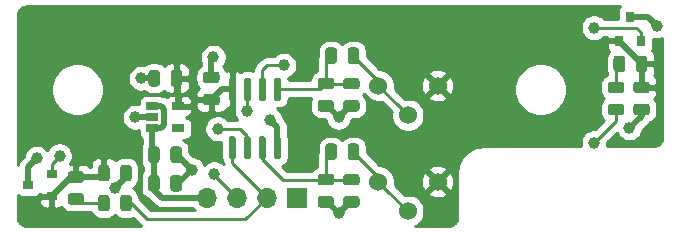
<source format=gtl>
G04 #@! TF.GenerationSoftware,KiCad,Pcbnew,(5.1.9-0-10_14)*
G04 #@! TF.CreationDate,2021-06-22T22:42:15-05:00*
G04 #@! TF.ProjectId,HallEffectXY-Endstop,48616c6c-4566-4666-9563-7458592d456e,A*
G04 #@! TF.SameCoordinates,Original*
G04 #@! TF.FileFunction,Copper,L1,Top*
G04 #@! TF.FilePolarity,Positive*
%FSLAX46Y46*%
G04 Gerber Fmt 4.6, Leading zero omitted, Abs format (unit mm)*
G04 Created by KiCad (PCBNEW (5.1.9-0-10_14)) date 2021-06-22 22:42:15*
%MOMM*%
%LPD*%
G01*
G04 APERTURE LIST*
G04 #@! TA.AperFunction,SMDPad,CuDef*
%ADD10R,0.900000X0.800000*%
G04 #@! TD*
G04 #@! TA.AperFunction,ComponentPad*
%ADD11C,1.524000*%
G04 #@! TD*
G04 #@! TA.AperFunction,SMDPad,CuDef*
%ADD12R,1.060000X0.650000*%
G04 #@! TD*
G04 #@! TA.AperFunction,SMDPad,CuDef*
%ADD13R,0.800000X0.900000*%
G04 #@! TD*
G04 #@! TA.AperFunction,ComponentPad*
%ADD14O,1.700000X1.700000*%
G04 #@! TD*
G04 #@! TA.AperFunction,ComponentPad*
%ADD15R,1.700000X1.700000*%
G04 #@! TD*
G04 #@! TA.AperFunction,ViaPad*
%ADD16C,1.000000*%
G04 #@! TD*
G04 #@! TA.AperFunction,Conductor*
%ADD17C,0.508000*%
G04 #@! TD*
G04 #@! TA.AperFunction,Conductor*
%ADD18C,0.254000*%
G04 #@! TD*
G04 #@! TA.AperFunction,Conductor*
%ADD19C,0.100000*%
G04 #@! TD*
G04 APERTURE END LIST*
G04 #@! TA.AperFunction,SMDPad,CuDef*
G36*
G01*
X148769000Y-104465250D02*
X148769000Y-103552750D01*
G75*
G02*
X149012750Y-103309000I243750J0D01*
G01*
X149500250Y-103309000D01*
G75*
G02*
X149744000Y-103552750I0J-243750D01*
G01*
X149744000Y-104465250D01*
G75*
G02*
X149500250Y-104709000I-243750J0D01*
G01*
X149012750Y-104709000D01*
G75*
G02*
X148769000Y-104465250I0J243750D01*
G01*
G37*
G04 #@! TD.AperFunction*
G04 #@! TA.AperFunction,SMDPad,CuDef*
G36*
G01*
X150644000Y-104465250D02*
X150644000Y-103552750D01*
G75*
G02*
X150887750Y-103309000I243750J0D01*
G01*
X151375250Y-103309000D01*
G75*
G02*
X151619000Y-103552750I0J-243750D01*
G01*
X151619000Y-104465250D01*
G75*
G02*
X151375250Y-104709000I-243750J0D01*
G01*
X150887750Y-104709000D01*
G75*
G02*
X150644000Y-104465250I0J243750D01*
G01*
G37*
G04 #@! TD.AperFunction*
G04 #@! TA.AperFunction,SMDPad,CuDef*
G36*
G01*
X150499750Y-105886000D02*
X151412250Y-105886000D01*
G75*
G02*
X151656000Y-106129750I0J-243750D01*
G01*
X151656000Y-106617250D01*
G75*
G02*
X151412250Y-106861000I-243750J0D01*
G01*
X150499750Y-106861000D01*
G75*
G02*
X150256000Y-106617250I0J243750D01*
G01*
X150256000Y-106129750D01*
G75*
G02*
X150499750Y-105886000I243750J0D01*
G01*
G37*
G04 #@! TD.AperFunction*
G04 #@! TA.AperFunction,SMDPad,CuDef*
G36*
G01*
X150499750Y-107761000D02*
X151412250Y-107761000D01*
G75*
G02*
X151656000Y-108004750I0J-243750D01*
G01*
X151656000Y-108492250D01*
G75*
G02*
X151412250Y-108736000I-243750J0D01*
G01*
X150499750Y-108736000D01*
G75*
G02*
X150256000Y-108492250I0J243750D01*
G01*
X150256000Y-108004750D01*
G75*
G02*
X150499750Y-107761000I243750J0D01*
G01*
G37*
G04 #@! TD.AperFunction*
G04 #@! TA.AperFunction,SMDPad,CuDef*
G36*
G01*
X148340750Y-105886000D02*
X149253250Y-105886000D01*
G75*
G02*
X149497000Y-106129750I0J-243750D01*
G01*
X149497000Y-106617250D01*
G75*
G02*
X149253250Y-106861000I-243750J0D01*
G01*
X148340750Y-106861000D01*
G75*
G02*
X148097000Y-106617250I0J243750D01*
G01*
X148097000Y-106129750D01*
G75*
G02*
X148340750Y-105886000I243750J0D01*
G01*
G37*
G04 #@! TD.AperFunction*
G04 #@! TA.AperFunction,SMDPad,CuDef*
G36*
G01*
X148340750Y-107761000D02*
X149253250Y-107761000D01*
G75*
G02*
X149497000Y-108004750I0J-243750D01*
G01*
X149497000Y-108492250D01*
G75*
G02*
X149253250Y-108736000I-243750J0D01*
G01*
X148340750Y-108736000D01*
G75*
G02*
X148097000Y-108492250I0J243750D01*
G01*
X148097000Y-108004750D01*
G75*
G02*
X148340750Y-107761000I243750J0D01*
G01*
G37*
G04 #@! TD.AperFunction*
G04 #@! TA.AperFunction,SMDPad,CuDef*
G36*
G01*
X128092750Y-108510000D02*
X127180250Y-108510000D01*
G75*
G02*
X126936500Y-108266250I0J243750D01*
G01*
X126936500Y-107778750D01*
G75*
G02*
X127180250Y-107535000I243750J0D01*
G01*
X128092750Y-107535000D01*
G75*
G02*
X128336500Y-107778750I0J-243750D01*
G01*
X128336500Y-108266250D01*
G75*
G02*
X128092750Y-108510000I-243750J0D01*
G01*
G37*
G04 #@! TD.AperFunction*
G04 #@! TA.AperFunction,SMDPad,CuDef*
G36*
G01*
X128092750Y-106635000D02*
X127180250Y-106635000D01*
G75*
G02*
X126936500Y-106391250I0J243750D01*
G01*
X126936500Y-105903750D01*
G75*
G02*
X127180250Y-105660000I243750J0D01*
G01*
X128092750Y-105660000D01*
G75*
G02*
X128336500Y-105903750I0J-243750D01*
G01*
X128336500Y-106391250D01*
G75*
G02*
X128092750Y-106635000I-243750J0D01*
G01*
G37*
G04 #@! TD.AperFunction*
G04 #@! TA.AperFunction,SMDPad,CuDef*
G36*
G01*
X129513500Y-108811250D02*
X129513500Y-107898750D01*
G75*
G02*
X129757250Y-107655000I243750J0D01*
G01*
X130244750Y-107655000D01*
G75*
G02*
X130488500Y-107898750I0J-243750D01*
G01*
X130488500Y-108811250D01*
G75*
G02*
X130244750Y-109055000I-243750J0D01*
G01*
X129757250Y-109055000D01*
G75*
G02*
X129513500Y-108811250I0J243750D01*
G01*
G37*
G04 #@! TD.AperFunction*
G04 #@! TA.AperFunction,SMDPad,CuDef*
G36*
G01*
X131388500Y-108811250D02*
X131388500Y-107898750D01*
G75*
G02*
X131632250Y-107655000I243750J0D01*
G01*
X132119750Y-107655000D01*
G75*
G02*
X132363500Y-107898750I0J-243750D01*
G01*
X132363500Y-108811250D01*
G75*
G02*
X132119750Y-109055000I-243750J0D01*
G01*
X131632250Y-109055000D01*
G75*
G02*
X131388500Y-108811250I0J243750D01*
G01*
G37*
G04 #@! TD.AperFunction*
D10*
X125588500Y-107781000D03*
X125588500Y-105881000D03*
X123588500Y-106831000D03*
G04 #@! TA.AperFunction,SMDPad,CuDef*
G36*
G01*
X129513500Y-106271250D02*
X129513500Y-105358750D01*
G75*
G02*
X129757250Y-105115000I243750J0D01*
G01*
X130244750Y-105115000D01*
G75*
G02*
X130488500Y-105358750I0J-243750D01*
G01*
X130488500Y-106271250D01*
G75*
G02*
X130244750Y-106515000I-243750J0D01*
G01*
X129757250Y-106515000D01*
G75*
G02*
X129513500Y-106271250I0J243750D01*
G01*
G37*
G04 #@! TD.AperFunction*
G04 #@! TA.AperFunction,SMDPad,CuDef*
G36*
G01*
X131388500Y-106271250D02*
X131388500Y-105358750D01*
G75*
G02*
X131632250Y-105115000I243750J0D01*
G01*
X132119750Y-105115000D01*
G75*
G02*
X132363500Y-105358750I0J-243750D01*
G01*
X132363500Y-106271250D01*
G75*
G02*
X132119750Y-106515000I-243750J0D01*
G01*
X131632250Y-106515000D01*
G75*
G02*
X131388500Y-106271250I0J243750D01*
G01*
G37*
G04 #@! TD.AperFunction*
G04 #@! TA.AperFunction,SMDPad,CuDef*
G36*
G01*
X141045000Y-104650000D02*
X140745000Y-104650000D01*
G75*
G02*
X140595000Y-104500000I0J150000D01*
G01*
X140595000Y-102850000D01*
G75*
G02*
X140745000Y-102700000I150000J0D01*
G01*
X141045000Y-102700000D01*
G75*
G02*
X141195000Y-102850000I0J-150000D01*
G01*
X141195000Y-104500000D01*
G75*
G02*
X141045000Y-104650000I-150000J0D01*
G01*
G37*
G04 #@! TD.AperFunction*
G04 #@! TA.AperFunction,SMDPad,CuDef*
G36*
G01*
X142315000Y-104650000D02*
X142015000Y-104650000D01*
G75*
G02*
X141865000Y-104500000I0J150000D01*
G01*
X141865000Y-102850000D01*
G75*
G02*
X142015000Y-102700000I150000J0D01*
G01*
X142315000Y-102700000D01*
G75*
G02*
X142465000Y-102850000I0J-150000D01*
G01*
X142465000Y-104500000D01*
G75*
G02*
X142315000Y-104650000I-150000J0D01*
G01*
G37*
G04 #@! TD.AperFunction*
G04 #@! TA.AperFunction,SMDPad,CuDef*
G36*
G01*
X143585000Y-104650000D02*
X143285000Y-104650000D01*
G75*
G02*
X143135000Y-104500000I0J150000D01*
G01*
X143135000Y-102850000D01*
G75*
G02*
X143285000Y-102700000I150000J0D01*
G01*
X143585000Y-102700000D01*
G75*
G02*
X143735000Y-102850000I0J-150000D01*
G01*
X143735000Y-104500000D01*
G75*
G02*
X143585000Y-104650000I-150000J0D01*
G01*
G37*
G04 #@! TD.AperFunction*
G04 #@! TA.AperFunction,SMDPad,CuDef*
G36*
G01*
X144855000Y-104650000D02*
X144555000Y-104650000D01*
G75*
G02*
X144405000Y-104500000I0J150000D01*
G01*
X144405000Y-102850000D01*
G75*
G02*
X144555000Y-102700000I150000J0D01*
G01*
X144855000Y-102700000D01*
G75*
G02*
X145005000Y-102850000I0J-150000D01*
G01*
X145005000Y-104500000D01*
G75*
G02*
X144855000Y-104650000I-150000J0D01*
G01*
G37*
G04 #@! TD.AperFunction*
G04 #@! TA.AperFunction,SMDPad,CuDef*
G36*
G01*
X144855000Y-99700000D02*
X144555000Y-99700000D01*
G75*
G02*
X144405000Y-99550000I0J150000D01*
G01*
X144405000Y-97900000D01*
G75*
G02*
X144555000Y-97750000I150000J0D01*
G01*
X144855000Y-97750000D01*
G75*
G02*
X145005000Y-97900000I0J-150000D01*
G01*
X145005000Y-99550000D01*
G75*
G02*
X144855000Y-99700000I-150000J0D01*
G01*
G37*
G04 #@! TD.AperFunction*
G04 #@! TA.AperFunction,SMDPad,CuDef*
G36*
G01*
X143585000Y-99700000D02*
X143285000Y-99700000D01*
G75*
G02*
X143135000Y-99550000I0J150000D01*
G01*
X143135000Y-97900000D01*
G75*
G02*
X143285000Y-97750000I150000J0D01*
G01*
X143585000Y-97750000D01*
G75*
G02*
X143735000Y-97900000I0J-150000D01*
G01*
X143735000Y-99550000D01*
G75*
G02*
X143585000Y-99700000I-150000J0D01*
G01*
G37*
G04 #@! TD.AperFunction*
G04 #@! TA.AperFunction,SMDPad,CuDef*
G36*
G01*
X142315000Y-99700000D02*
X142015000Y-99700000D01*
G75*
G02*
X141865000Y-99550000I0J150000D01*
G01*
X141865000Y-97900000D01*
G75*
G02*
X142015000Y-97750000I150000J0D01*
G01*
X142315000Y-97750000D01*
G75*
G02*
X142465000Y-97900000I0J-150000D01*
G01*
X142465000Y-99550000D01*
G75*
G02*
X142315000Y-99700000I-150000J0D01*
G01*
G37*
G04 #@! TD.AperFunction*
G04 #@! TA.AperFunction,SMDPad,CuDef*
G36*
G01*
X141045000Y-99700000D02*
X140745000Y-99700000D01*
G75*
G02*
X140595000Y-99550000I0J150000D01*
G01*
X140595000Y-97900000D01*
G75*
G02*
X140745000Y-97750000I150000J0D01*
G01*
X141045000Y-97750000D01*
G75*
G02*
X141195000Y-97900000I0J-150000D01*
G01*
X141195000Y-99550000D01*
G75*
G02*
X141045000Y-99700000I-150000J0D01*
G01*
G37*
G04 #@! TD.AperFunction*
D11*
X158254000Y-106534000D03*
X155754000Y-109034000D03*
X153254000Y-106534000D03*
X158254000Y-98406000D03*
X155754000Y-100906000D03*
X153254000Y-98406000D03*
D12*
X136308000Y-100138000D03*
X136308000Y-102038000D03*
X134108000Y-102038000D03*
X134108000Y-101088000D03*
X134108000Y-100138000D03*
D13*
X174550000Y-92612000D03*
X175500000Y-94612000D03*
X173600000Y-94612000D03*
G04 #@! TA.AperFunction,SMDPad,CuDef*
G36*
G01*
X172915250Y-99949000D02*
X173827750Y-99949000D01*
G75*
G02*
X174071500Y-100192750I0J-243750D01*
G01*
X174071500Y-100680250D01*
G75*
G02*
X173827750Y-100924000I-243750J0D01*
G01*
X172915250Y-100924000D01*
G75*
G02*
X172671500Y-100680250I0J243750D01*
G01*
X172671500Y-100192750D01*
G75*
G02*
X172915250Y-99949000I243750J0D01*
G01*
G37*
G04 #@! TD.AperFunction*
G04 #@! TA.AperFunction,SMDPad,CuDef*
G36*
G01*
X172915250Y-98074000D02*
X173827750Y-98074000D01*
G75*
G02*
X174071500Y-98317750I0J-243750D01*
G01*
X174071500Y-98805250D01*
G75*
G02*
X173827750Y-99049000I-243750J0D01*
G01*
X172915250Y-99049000D01*
G75*
G02*
X172671500Y-98805250I0J243750D01*
G01*
X172671500Y-98317750D01*
G75*
G02*
X172915250Y-98074000I243750J0D01*
G01*
G37*
G04 #@! TD.AperFunction*
G04 #@! TA.AperFunction,SMDPad,CuDef*
G36*
G01*
X150499750Y-99633000D02*
X151412250Y-99633000D01*
G75*
G02*
X151656000Y-99876750I0J-243750D01*
G01*
X151656000Y-100364250D01*
G75*
G02*
X151412250Y-100608000I-243750J0D01*
G01*
X150499750Y-100608000D01*
G75*
G02*
X150256000Y-100364250I0J243750D01*
G01*
X150256000Y-99876750D01*
G75*
G02*
X150499750Y-99633000I243750J0D01*
G01*
G37*
G04 #@! TD.AperFunction*
G04 #@! TA.AperFunction,SMDPad,CuDef*
G36*
G01*
X150499750Y-97758000D02*
X151412250Y-97758000D01*
G75*
G02*
X151656000Y-98001750I0J-243750D01*
G01*
X151656000Y-98489250D01*
G75*
G02*
X151412250Y-98733000I-243750J0D01*
G01*
X150499750Y-98733000D01*
G75*
G02*
X150256000Y-98489250I0J243750D01*
G01*
X150256000Y-98001750D01*
G75*
G02*
X150499750Y-97758000I243750J0D01*
G01*
G37*
G04 #@! TD.AperFunction*
G04 #@! TA.AperFunction,SMDPad,CuDef*
G36*
G01*
X150644000Y-96337250D02*
X150644000Y-95424750D01*
G75*
G02*
X150887750Y-95181000I243750J0D01*
G01*
X151375250Y-95181000D01*
G75*
G02*
X151619000Y-95424750I0J-243750D01*
G01*
X151619000Y-96337250D01*
G75*
G02*
X151375250Y-96581000I-243750J0D01*
G01*
X150887750Y-96581000D01*
G75*
G02*
X150644000Y-96337250I0J243750D01*
G01*
G37*
G04 #@! TD.AperFunction*
G04 #@! TA.AperFunction,SMDPad,CuDef*
G36*
G01*
X148769000Y-96337250D02*
X148769000Y-95424750D01*
G75*
G02*
X149012750Y-95181000I243750J0D01*
G01*
X149500250Y-95181000D01*
G75*
G02*
X149744000Y-95424750I0J-243750D01*
G01*
X149744000Y-96337250D01*
G75*
G02*
X149500250Y-96581000I-243750J0D01*
G01*
X149012750Y-96581000D01*
G75*
G02*
X148769000Y-96337250I0J243750D01*
G01*
G37*
G04 #@! TD.AperFunction*
D14*
X138736000Y-107900000D03*
X141276000Y-107900000D03*
X143816000Y-107900000D03*
D15*
X146356000Y-107900000D03*
G04 #@! TA.AperFunction,SMDPad,CuDef*
G36*
G01*
X175028000Y-97034250D02*
X175028000Y-96121750D01*
G75*
G02*
X175271750Y-95878000I243750J0D01*
G01*
X175759250Y-95878000D01*
G75*
G02*
X176003000Y-96121750I0J-243750D01*
G01*
X176003000Y-97034250D01*
G75*
G02*
X175759250Y-97278000I-243750J0D01*
G01*
X175271750Y-97278000D01*
G75*
G02*
X175028000Y-97034250I0J243750D01*
G01*
G37*
G04 #@! TD.AperFunction*
G04 #@! TA.AperFunction,SMDPad,CuDef*
G36*
G01*
X173153000Y-97034250D02*
X173153000Y-96121750D01*
G75*
G02*
X173396750Y-95878000I243750J0D01*
G01*
X173884250Y-95878000D01*
G75*
G02*
X174128000Y-96121750I0J-243750D01*
G01*
X174128000Y-97034250D01*
G75*
G02*
X173884250Y-97278000I-243750J0D01*
G01*
X173396750Y-97278000D01*
G75*
G02*
X173153000Y-97034250I0J243750D01*
G01*
G37*
G04 #@! TD.AperFunction*
G04 #@! TA.AperFunction,SMDPad,CuDef*
G36*
G01*
X135630000Y-104704250D02*
X135630000Y-103791750D01*
G75*
G02*
X135873750Y-103548000I243750J0D01*
G01*
X136361250Y-103548000D01*
G75*
G02*
X136605000Y-103791750I0J-243750D01*
G01*
X136605000Y-104704250D01*
G75*
G02*
X136361250Y-104948000I-243750J0D01*
G01*
X135873750Y-104948000D01*
G75*
G02*
X135630000Y-104704250I0J243750D01*
G01*
G37*
G04 #@! TD.AperFunction*
G04 #@! TA.AperFunction,SMDPad,CuDef*
G36*
G01*
X133755000Y-104704250D02*
X133755000Y-103791750D01*
G75*
G02*
X133998750Y-103548000I243750J0D01*
G01*
X134486250Y-103548000D01*
G75*
G02*
X134730000Y-103791750I0J-243750D01*
G01*
X134730000Y-104704250D01*
G75*
G02*
X134486250Y-104948000I-243750J0D01*
G01*
X133998750Y-104948000D01*
G75*
G02*
X133755000Y-104704250I0J243750D01*
G01*
G37*
G04 #@! TD.AperFunction*
G04 #@! TA.AperFunction,SMDPad,CuDef*
G36*
G01*
X138643750Y-99110000D02*
X139556250Y-99110000D01*
G75*
G02*
X139800000Y-99353750I0J-243750D01*
G01*
X139800000Y-99841250D01*
G75*
G02*
X139556250Y-100085000I-243750J0D01*
G01*
X138643750Y-100085000D01*
G75*
G02*
X138400000Y-99841250I0J243750D01*
G01*
X138400000Y-99353750D01*
G75*
G02*
X138643750Y-99110000I243750J0D01*
G01*
G37*
G04 #@! TD.AperFunction*
G04 #@! TA.AperFunction,SMDPad,CuDef*
G36*
G01*
X138643750Y-97235000D02*
X139556250Y-97235000D01*
G75*
G02*
X139800000Y-97478750I0J-243750D01*
G01*
X139800000Y-97966250D01*
G75*
G02*
X139556250Y-98210000I-243750J0D01*
G01*
X138643750Y-98210000D01*
G75*
G02*
X138400000Y-97966250I0J243750D01*
G01*
X138400000Y-97478750D01*
G75*
G02*
X138643750Y-97235000I243750J0D01*
G01*
G37*
G04 #@! TD.AperFunction*
G04 #@! TA.AperFunction,SMDPad,CuDef*
G36*
G01*
X175074250Y-99949000D02*
X175986750Y-99949000D01*
G75*
G02*
X176230500Y-100192750I0J-243750D01*
G01*
X176230500Y-100680250D01*
G75*
G02*
X175986750Y-100924000I-243750J0D01*
G01*
X175074250Y-100924000D01*
G75*
G02*
X174830500Y-100680250I0J243750D01*
G01*
X174830500Y-100192750D01*
G75*
G02*
X175074250Y-99949000I243750J0D01*
G01*
G37*
G04 #@! TD.AperFunction*
G04 #@! TA.AperFunction,SMDPad,CuDef*
G36*
G01*
X175074250Y-98074000D02*
X175986750Y-98074000D01*
G75*
G02*
X176230500Y-98317750I0J-243750D01*
G01*
X176230500Y-98805250D01*
G75*
G02*
X175986750Y-99049000I-243750J0D01*
G01*
X175074250Y-99049000D01*
G75*
G02*
X174830500Y-98805250I0J243750D01*
G01*
X174830500Y-98317750D01*
G75*
G02*
X175074250Y-98074000I243750J0D01*
G01*
G37*
G04 #@! TD.AperFunction*
G04 #@! TA.AperFunction,SMDPad,CuDef*
G36*
G01*
X134758000Y-97329750D02*
X134758000Y-98242250D01*
G75*
G02*
X134514250Y-98486000I-243750J0D01*
G01*
X134026750Y-98486000D01*
G75*
G02*
X133783000Y-98242250I0J243750D01*
G01*
X133783000Y-97329750D01*
G75*
G02*
X134026750Y-97086000I243750J0D01*
G01*
X134514250Y-97086000D01*
G75*
G02*
X134758000Y-97329750I0J-243750D01*
G01*
G37*
G04 #@! TD.AperFunction*
G04 #@! TA.AperFunction,SMDPad,CuDef*
G36*
G01*
X136633000Y-97329750D02*
X136633000Y-98242250D01*
G75*
G02*
X136389250Y-98486000I-243750J0D01*
G01*
X135901750Y-98486000D01*
G75*
G02*
X135658000Y-98242250I0J243750D01*
G01*
X135658000Y-97329750D01*
G75*
G02*
X135901750Y-97086000I243750J0D01*
G01*
X136389250Y-97086000D01*
G75*
G02*
X136633000Y-97329750I0J-243750D01*
G01*
G37*
G04 #@! TD.AperFunction*
G04 #@! TA.AperFunction,SMDPad,CuDef*
G36*
G01*
X135630000Y-107142650D02*
X135630000Y-106230150D01*
G75*
G02*
X135873750Y-105986400I243750J0D01*
G01*
X136361250Y-105986400D01*
G75*
G02*
X136605000Y-106230150I0J-243750D01*
G01*
X136605000Y-107142650D01*
G75*
G02*
X136361250Y-107386400I-243750J0D01*
G01*
X135873750Y-107386400D01*
G75*
G02*
X135630000Y-107142650I0J243750D01*
G01*
G37*
G04 #@! TD.AperFunction*
G04 #@! TA.AperFunction,SMDPad,CuDef*
G36*
G01*
X133755000Y-107142650D02*
X133755000Y-106230150D01*
G75*
G02*
X133998750Y-105986400I243750J0D01*
G01*
X134486250Y-105986400D01*
G75*
G02*
X134730000Y-106230150I0J-243750D01*
G01*
X134730000Y-107142650D01*
G75*
G02*
X134486250Y-107386400I-243750J0D01*
G01*
X133998750Y-107386400D01*
G75*
G02*
X133755000Y-107142650I0J243750D01*
G01*
G37*
G04 #@! TD.AperFunction*
G04 #@! TA.AperFunction,SMDPad,CuDef*
G36*
G01*
X148340750Y-99633000D02*
X149253250Y-99633000D01*
G75*
G02*
X149497000Y-99876750I0J-243750D01*
G01*
X149497000Y-100364250D01*
G75*
G02*
X149253250Y-100608000I-243750J0D01*
G01*
X148340750Y-100608000D01*
G75*
G02*
X148097000Y-100364250I0J243750D01*
G01*
X148097000Y-99876750D01*
G75*
G02*
X148340750Y-99633000I243750J0D01*
G01*
G37*
G04 #@! TD.AperFunction*
G04 #@! TA.AperFunction,SMDPad,CuDef*
G36*
G01*
X148340750Y-97758000D02*
X149253250Y-97758000D01*
G75*
G02*
X149497000Y-98001750I0J-243750D01*
G01*
X149497000Y-98489250D01*
G75*
G02*
X149253250Y-98733000I-243750J0D01*
G01*
X148340750Y-98733000D01*
G75*
G02*
X148097000Y-98489250I0J243750D01*
G01*
X148097000Y-98001750D01*
G75*
G02*
X148340750Y-97758000I243750J0D01*
G01*
G37*
G04 #@! TD.AperFunction*
D16*
X149876500Y-101088000D03*
X124334500Y-104545000D03*
X176836000Y-93358000D03*
X144098000Y-101342000D03*
X139272000Y-96008000D03*
X133176000Y-97786000D03*
X132668000Y-101088000D03*
X149876500Y-109216000D03*
X137466000Y-105518000D03*
X130953500Y-107087000D03*
X174500000Y-102000000D03*
X139335500Y-105880500D03*
X142129500Y-100546500D03*
X171500000Y-103247000D03*
X139653000Y-102070500D03*
X126254500Y-104356500D03*
X171500000Y-93500000D03*
X145250000Y-96685800D03*
D17*
X148909000Y-100120500D02*
X149876500Y-101088000D01*
X148797000Y-100120500D02*
X148909000Y-100120500D01*
X150844000Y-100120500D02*
X149876500Y-101088000D01*
X150956000Y-100120500D02*
X150844000Y-100120500D01*
X123588500Y-106831000D02*
X123588500Y-105291000D01*
X123588500Y-105291000D02*
X124334500Y-104545000D01*
X174550000Y-92612000D02*
X176090000Y-92612000D01*
X176090000Y-92612000D02*
X176836000Y-93358000D01*
X144705000Y-103675000D02*
X144705000Y-101949000D01*
X144705000Y-101949000D02*
X144098000Y-101342000D01*
X139100000Y-97722500D02*
X139100000Y-96180000D01*
X139100000Y-96180000D02*
X139272000Y-96008000D01*
X134270500Y-97786000D02*
X133176000Y-97786000D01*
X134108000Y-101088000D02*
X132668000Y-101088000D01*
X136117500Y-106280000D02*
X136493000Y-106280000D01*
X150956000Y-108248500D02*
X150844000Y-108248500D01*
X150844000Y-108248500D02*
X149876500Y-109216000D01*
X148909000Y-108248500D02*
X149876500Y-109216000D01*
X148797000Y-108248500D02*
X148909000Y-108248500D01*
X136117500Y-104248000D02*
X136196000Y-104248000D01*
X136297600Y-106686400D02*
X137466000Y-105518000D01*
X136196000Y-104248000D02*
X137466000Y-105518000D01*
X136117500Y-106686400D02*
X136297600Y-106686400D01*
X131876000Y-105815000D02*
X131876000Y-106164500D01*
X131876000Y-106164500D02*
X130953500Y-107087000D01*
X175530500Y-100436500D02*
X175530500Y-100969500D01*
X175530500Y-100969500D02*
X174500000Y-102000000D01*
D18*
X145158500Y-106373500D02*
X148797000Y-106373500D01*
X143435000Y-103675000D02*
X143435000Y-104650000D01*
X143435000Y-104650000D02*
X145158500Y-106373500D01*
X150956000Y-106373500D02*
X148797000Y-106373500D01*
X148797000Y-104468500D02*
X149256500Y-104009000D01*
X148797000Y-106373500D02*
X148797000Y-104468500D01*
X150956000Y-98245500D02*
X148797000Y-98245500D01*
X148797000Y-96340500D02*
X149256500Y-95881000D01*
X148797000Y-98245500D02*
X148797000Y-96340500D01*
X148317500Y-98725000D02*
X148797000Y-98245500D01*
X144705000Y-98725000D02*
X148317500Y-98725000D01*
D17*
X138736000Y-107900000D02*
X134908000Y-107900000D01*
X134242500Y-107234500D02*
X134242500Y-106280000D01*
X134908000Y-107900000D02*
X134242500Y-107234500D01*
X134242500Y-106280000D02*
X134242500Y-104248000D01*
X134108000Y-104113500D02*
X134242500Y-104248000D01*
X134108000Y-102038000D02*
X134108000Y-104113500D01*
X135095201Y-100397239D02*
X134835962Y-100138000D01*
X134835962Y-100138000D02*
X134108000Y-100138000D01*
X134835962Y-102038000D02*
X135095201Y-101778761D01*
X135095201Y-101778761D02*
X135095201Y-100397239D01*
X134108000Y-102038000D02*
X134835962Y-102038000D01*
X127222000Y-106147500D02*
X125588500Y-107781000D01*
X127636500Y-106147500D02*
X127222000Y-106147500D01*
X139972500Y-98725000D02*
X139100000Y-99597500D01*
X140895000Y-98725000D02*
X139972500Y-98725000D01*
X136308000Y-97948500D02*
X136145500Y-97786000D01*
X136308000Y-100138000D02*
X136308000Y-97948500D01*
X129668500Y-106147500D02*
X130001000Y-105815000D01*
X127636500Y-106147500D02*
X129668500Y-106147500D01*
X175515500Y-96527500D02*
X173600000Y-94612000D01*
X175515500Y-96578000D02*
X175515500Y-96527500D01*
D18*
X141276000Y-107900000D02*
X141276000Y-107466000D01*
X141276000Y-107900000D02*
X139335500Y-105959500D01*
X139335500Y-105959500D02*
X139335500Y-105880500D01*
X142129500Y-98760500D02*
X142165000Y-98725000D01*
X142129500Y-100546500D02*
X142129500Y-98760500D01*
X173371500Y-101375500D02*
X171500000Y-103247000D01*
X173371500Y-100436500D02*
X173371500Y-101375500D01*
X143816000Y-107900000D02*
X141992000Y-109724000D01*
X133689500Y-109724000D02*
X132320500Y-108355000D01*
X141992000Y-109724000D02*
X133689500Y-109724000D01*
X140895000Y-104979000D02*
X140895000Y-103675000D01*
X143816000Y-107900000D02*
X140895000Y-104979000D01*
X127969000Y-108355000D02*
X127636500Y-108022500D01*
X130001000Y-108355000D02*
X127969000Y-108355000D01*
X173371500Y-96847000D02*
X173640500Y-96578000D01*
X173371500Y-98561500D02*
X173371500Y-96847000D01*
X153254000Y-106131500D02*
X153254000Y-106534000D01*
X151131500Y-104009000D02*
X153254000Y-106131500D01*
X154015999Y-107295999D02*
X155754000Y-109034000D01*
X153254000Y-106534000D02*
X154015999Y-107295999D01*
X154992001Y-100144001D02*
X153254000Y-98406000D01*
X155754000Y-100906000D02*
X154992001Y-100144001D01*
X153254000Y-98003500D02*
X153254000Y-98406000D01*
X151131500Y-95881000D02*
X153254000Y-98003500D01*
X141535500Y-102070500D02*
X139653000Y-102070500D01*
X142165000Y-103675000D02*
X142165000Y-102700000D01*
X142165000Y-102700000D02*
X141535500Y-102070500D01*
X125588500Y-105022500D02*
X126254500Y-104356500D01*
X125588500Y-105881000D02*
X125588500Y-105022500D01*
X175092000Y-93500000D02*
X171500000Y-93500000D01*
X175500000Y-94612000D02*
X175500000Y-93908000D01*
X175500000Y-93908000D02*
X175092000Y-93500000D01*
X143435000Y-97065000D02*
X143435000Y-98725000D01*
X143814200Y-96685800D02*
X143435000Y-97065000D01*
X145250000Y-96685800D02*
X143814200Y-96685800D01*
X173698815Y-91710815D02*
X173619463Y-91807506D01*
X173560498Y-91917820D01*
X173524188Y-92037518D01*
X173511928Y-92162000D01*
X173511928Y-92738000D01*
X172343132Y-92738000D01*
X172223520Y-92618388D01*
X172037624Y-92494176D01*
X171831067Y-92408617D01*
X171611788Y-92365000D01*
X171388212Y-92365000D01*
X171168933Y-92408617D01*
X170962376Y-92494176D01*
X170776480Y-92618388D01*
X170618388Y-92776480D01*
X170494176Y-92962376D01*
X170408617Y-93168933D01*
X170365000Y-93388212D01*
X170365000Y-93611788D01*
X170408617Y-93831067D01*
X170494176Y-94037624D01*
X170618388Y-94223520D01*
X170776480Y-94381612D01*
X170962376Y-94505824D01*
X171168933Y-94591383D01*
X171388212Y-94635000D01*
X171611788Y-94635000D01*
X171831067Y-94591383D01*
X172037624Y-94505824D01*
X172223520Y-94381612D01*
X172343132Y-94262000D01*
X172563798Y-94262000D01*
X172565000Y-94326250D01*
X172723750Y-94485000D01*
X173473000Y-94485000D01*
X173473000Y-94465000D01*
X173727000Y-94465000D01*
X173727000Y-94485000D01*
X173747000Y-94485000D01*
X173747000Y-94739000D01*
X173727000Y-94739000D01*
X173727000Y-94759000D01*
X173473000Y-94759000D01*
X173473000Y-94739000D01*
X172723750Y-94739000D01*
X172565000Y-94897750D01*
X172561928Y-95062000D01*
X172574188Y-95186482D01*
X172610498Y-95306180D01*
X172669463Y-95416494D01*
X172748815Y-95513185D01*
X172756046Y-95519120D01*
X172663542Y-95631836D01*
X172582053Y-95784291D01*
X172531872Y-95949715D01*
X172514928Y-96121750D01*
X172514928Y-97034250D01*
X172531872Y-97206285D01*
X172582053Y-97371709D01*
X172609501Y-97423060D01*
X172609501Y-97493434D01*
X172577791Y-97503053D01*
X172425336Y-97584542D01*
X172291708Y-97694208D01*
X172182042Y-97827836D01*
X172100553Y-97980291D01*
X172050372Y-98145715D01*
X172033428Y-98317750D01*
X172033428Y-98805250D01*
X172050372Y-98977285D01*
X172100553Y-99142709D01*
X172182042Y-99295164D01*
X172291708Y-99428792D01*
X172377256Y-99499000D01*
X172291708Y-99569208D01*
X172182042Y-99702836D01*
X172100553Y-99855291D01*
X172050372Y-100020715D01*
X172033428Y-100192750D01*
X172033428Y-100680250D01*
X172050372Y-100852285D01*
X172100553Y-101017709D01*
X172182042Y-101170164D01*
X172291708Y-101303792D01*
X172332281Y-101337089D01*
X171557370Y-102112000D01*
X171388212Y-102112000D01*
X171168933Y-102155617D01*
X170962376Y-102241176D01*
X170776480Y-102365388D01*
X170618388Y-102523480D01*
X170494176Y-102709376D01*
X170408617Y-102915933D01*
X170365000Y-103135212D01*
X170365000Y-103358788D01*
X170401045Y-103540000D01*
X162115123Y-103540000D01*
X162084424Y-103543024D01*
X162075180Y-103542959D01*
X162065315Y-103543926D01*
X161774169Y-103574526D01*
X161711138Y-103587464D01*
X161647920Y-103599524D01*
X161638430Y-103602389D01*
X161358774Y-103688957D01*
X161299479Y-103713883D01*
X161239785Y-103738001D01*
X161231033Y-103742655D01*
X160973517Y-103881894D01*
X160920158Y-103917885D01*
X160866323Y-103953114D01*
X160858640Y-103959379D01*
X160633073Y-104145984D01*
X160587735Y-104191640D01*
X160541753Y-104236669D01*
X160535434Y-104244308D01*
X160350408Y-104471172D01*
X160314835Y-104524714D01*
X160278440Y-104577867D01*
X160273725Y-104586588D01*
X160136288Y-104845069D01*
X160111780Y-104904530D01*
X160086416Y-104963710D01*
X160083484Y-104973180D01*
X159998870Y-105253435D01*
X159986377Y-105316532D01*
X159972991Y-105379506D01*
X159971955Y-105389365D01*
X159943388Y-105680717D01*
X159943388Y-105680733D01*
X159940001Y-105715123D01*
X159940000Y-109465271D01*
X159921614Y-109652784D01*
X159877243Y-109799748D01*
X159805171Y-109935297D01*
X159708148Y-110054258D01*
X159589856Y-110152118D01*
X159454819Y-110225132D01*
X159308167Y-110270529D01*
X159122908Y-110290000D01*
X156372283Y-110290000D01*
X156415727Y-110272005D01*
X156644535Y-110119120D01*
X156839120Y-109924535D01*
X156992005Y-109695727D01*
X157097314Y-109441490D01*
X157151000Y-109171592D01*
X157151000Y-108896408D01*
X157097314Y-108626510D01*
X156992005Y-108372273D01*
X156839120Y-108143465D01*
X156644535Y-107948880D01*
X156415727Y-107795995D01*
X156161490Y-107690686D01*
X155891592Y-107637000D01*
X155616408Y-107637000D01*
X155464789Y-107667159D01*
X155297195Y-107499565D01*
X157468040Y-107499565D01*
X157535020Y-107739656D01*
X157784048Y-107856756D01*
X158051135Y-107923023D01*
X158326017Y-107935910D01*
X158598133Y-107894922D01*
X158857023Y-107801636D01*
X158972980Y-107739656D01*
X159039960Y-107499565D01*
X158254000Y-106713605D01*
X157468040Y-107499565D01*
X155297195Y-107499565D01*
X154620841Y-106823211D01*
X154651000Y-106671592D01*
X154651000Y-106606017D01*
X156852090Y-106606017D01*
X156893078Y-106878133D01*
X156986364Y-107137023D01*
X157048344Y-107252980D01*
X157288435Y-107319960D01*
X158074395Y-106534000D01*
X158433605Y-106534000D01*
X159219565Y-107319960D01*
X159459656Y-107252980D01*
X159576756Y-107003952D01*
X159643023Y-106736865D01*
X159655910Y-106461983D01*
X159614922Y-106189867D01*
X159521636Y-105930977D01*
X159459656Y-105815020D01*
X159219565Y-105748040D01*
X158433605Y-106534000D01*
X158074395Y-106534000D01*
X157288435Y-105748040D01*
X157048344Y-105815020D01*
X156931244Y-106064048D01*
X156864977Y-106331135D01*
X156852090Y-106606017D01*
X154651000Y-106606017D01*
X154651000Y-106396408D01*
X154597314Y-106126510D01*
X154492005Y-105872273D01*
X154339120Y-105643465D01*
X154264090Y-105568435D01*
X157468040Y-105568435D01*
X158254000Y-106354395D01*
X159039960Y-105568435D01*
X158972980Y-105328344D01*
X158723952Y-105211244D01*
X158456865Y-105144977D01*
X158181983Y-105132090D01*
X157909867Y-105173078D01*
X157650977Y-105266364D01*
X157535020Y-105328344D01*
X157468040Y-105568435D01*
X154264090Y-105568435D01*
X154144535Y-105448880D01*
X153915727Y-105295995D01*
X153661490Y-105190686D01*
X153391592Y-105137000D01*
X153337131Y-105137000D01*
X152257072Y-104056942D01*
X152257072Y-103552750D01*
X152240128Y-103380715D01*
X152189947Y-103215291D01*
X152108458Y-103062836D01*
X151998792Y-102929208D01*
X151865164Y-102819542D01*
X151712709Y-102738053D01*
X151547285Y-102687872D01*
X151375250Y-102670928D01*
X150887750Y-102670928D01*
X150715715Y-102687872D01*
X150550291Y-102738053D01*
X150397836Y-102819542D01*
X150264208Y-102929208D01*
X150194000Y-103014756D01*
X150123792Y-102929208D01*
X149990164Y-102819542D01*
X149837709Y-102738053D01*
X149672285Y-102687872D01*
X149500250Y-102670928D01*
X149012750Y-102670928D01*
X148840715Y-102687872D01*
X148675291Y-102738053D01*
X148522836Y-102819542D01*
X148389208Y-102929208D01*
X148279542Y-103062836D01*
X148198053Y-103215291D01*
X148147872Y-103380715D01*
X148130928Y-103552750D01*
X148130928Y-104098163D01*
X148089599Y-104175485D01*
X148046027Y-104319122D01*
X148031314Y-104468500D01*
X148035001Y-104505933D01*
X148035001Y-105305434D01*
X148003291Y-105315053D01*
X147850836Y-105396542D01*
X147717208Y-105506208D01*
X147630797Y-105611500D01*
X145474131Y-105611500D01*
X145106045Y-105243414D01*
X145156582Y-105228084D01*
X145292829Y-105155258D01*
X145412251Y-105057251D01*
X145510258Y-104937829D01*
X145583084Y-104801582D01*
X145627929Y-104653745D01*
X145643072Y-104500000D01*
X145643072Y-102850000D01*
X145627929Y-102696255D01*
X145594000Y-102584404D01*
X145594000Y-101992660D01*
X145598300Y-101949000D01*
X145594000Y-101905340D01*
X145594000Y-101905333D01*
X145581136Y-101774726D01*
X145530303Y-101607149D01*
X145447753Y-101452709D01*
X145336659Y-101317341D01*
X145302741Y-101289505D01*
X145230406Y-101217170D01*
X145189383Y-101010933D01*
X145103824Y-100804376D01*
X144979612Y-100618480D01*
X144821520Y-100460388D01*
X144638462Y-100338072D01*
X144855000Y-100338072D01*
X145008745Y-100322929D01*
X145156582Y-100278084D01*
X145292829Y-100205258D01*
X145412251Y-100107251D01*
X145510258Y-99987829D01*
X145583084Y-99851582D01*
X145627929Y-99703745D01*
X145643072Y-99550000D01*
X145643072Y-99487000D01*
X147554003Y-99487000D01*
X147526053Y-99539291D01*
X147475872Y-99704715D01*
X147458928Y-99876750D01*
X147458928Y-100364250D01*
X147475872Y-100536285D01*
X147526053Y-100701709D01*
X147607542Y-100854164D01*
X147717208Y-100987792D01*
X147850836Y-101097458D01*
X148003291Y-101178947D01*
X148168715Y-101229128D01*
X148340750Y-101246072D01*
X148750706Y-101246072D01*
X148785117Y-101419067D01*
X148870676Y-101625624D01*
X148994888Y-101811520D01*
X149152980Y-101969612D01*
X149338876Y-102093824D01*
X149545433Y-102179383D01*
X149764712Y-102223000D01*
X149988288Y-102223000D01*
X150207567Y-102179383D01*
X150414124Y-102093824D01*
X150600020Y-101969612D01*
X150758112Y-101811520D01*
X150882324Y-101625624D01*
X150967883Y-101419067D01*
X151002294Y-101246072D01*
X151412250Y-101246072D01*
X151584285Y-101229128D01*
X151749709Y-101178947D01*
X151902164Y-101097458D01*
X152035792Y-100987792D01*
X152145458Y-100854164D01*
X152226947Y-100701709D01*
X152277128Y-100536285D01*
X152294072Y-100364250D01*
X152294072Y-99876750D01*
X152277128Y-99704715D01*
X152226947Y-99539291D01*
X152145458Y-99386836D01*
X152035792Y-99253208D01*
X151950244Y-99183000D01*
X152035792Y-99112792D01*
X152041478Y-99105864D01*
X152168880Y-99296535D01*
X152363465Y-99491120D01*
X152592273Y-99644005D01*
X152846510Y-99749314D01*
X153116408Y-99803000D01*
X153391592Y-99803000D01*
X153543211Y-99772841D01*
X154387159Y-100616789D01*
X154357000Y-100768408D01*
X154357000Y-101043592D01*
X154410686Y-101313490D01*
X154515995Y-101567727D01*
X154668880Y-101796535D01*
X154863465Y-101991120D01*
X155092273Y-102144005D01*
X155346510Y-102249314D01*
X155616408Y-102303000D01*
X155891592Y-102303000D01*
X156161490Y-102249314D01*
X156415727Y-102144005D01*
X156644535Y-101991120D01*
X156839120Y-101796535D01*
X156992005Y-101567727D01*
X157097314Y-101313490D01*
X157151000Y-101043592D01*
X157151000Y-100768408D01*
X157097314Y-100498510D01*
X156992005Y-100244273D01*
X156839120Y-100015465D01*
X156644535Y-99820880D01*
X156415727Y-99667995D01*
X156161490Y-99562686D01*
X155891592Y-99509000D01*
X155616408Y-99509000D01*
X155464789Y-99539159D01*
X155297195Y-99371565D01*
X157468040Y-99371565D01*
X157535020Y-99611656D01*
X157784048Y-99728756D01*
X158051135Y-99795023D01*
X158326017Y-99807910D01*
X158598133Y-99766922D01*
X158857023Y-99673636D01*
X158972980Y-99611656D01*
X159039960Y-99371565D01*
X158254000Y-98585605D01*
X157468040Y-99371565D01*
X155297195Y-99371565D01*
X154620841Y-98695211D01*
X154651000Y-98543592D01*
X154651000Y-98478017D01*
X156852090Y-98478017D01*
X156893078Y-98750133D01*
X156986364Y-99009023D01*
X157048344Y-99124980D01*
X157288435Y-99191960D01*
X158074395Y-98406000D01*
X158433605Y-98406000D01*
X159219565Y-99191960D01*
X159459656Y-99124980D01*
X159576756Y-98875952D01*
X159643023Y-98608865D01*
X159646726Y-98529872D01*
X164765000Y-98529872D01*
X164765000Y-98970128D01*
X164850890Y-99401925D01*
X165019369Y-99808669D01*
X165263962Y-100174729D01*
X165575271Y-100486038D01*
X165941331Y-100730631D01*
X166348075Y-100899110D01*
X166779872Y-100985000D01*
X167220128Y-100985000D01*
X167651925Y-100899110D01*
X168058669Y-100730631D01*
X168424729Y-100486038D01*
X168736038Y-100174729D01*
X168980631Y-99808669D01*
X169149110Y-99401925D01*
X169235000Y-98970128D01*
X169235000Y-98529872D01*
X169149110Y-98098075D01*
X168980631Y-97691331D01*
X168736038Y-97325271D01*
X168424729Y-97013962D01*
X168058669Y-96769369D01*
X167651925Y-96600890D01*
X167220128Y-96515000D01*
X166779872Y-96515000D01*
X166348075Y-96600890D01*
X165941331Y-96769369D01*
X165575271Y-97013962D01*
X165263962Y-97325271D01*
X165019369Y-97691331D01*
X164850890Y-98098075D01*
X164765000Y-98529872D01*
X159646726Y-98529872D01*
X159655910Y-98333983D01*
X159614922Y-98061867D01*
X159521636Y-97802977D01*
X159459656Y-97687020D01*
X159219565Y-97620040D01*
X158433605Y-98406000D01*
X158074395Y-98406000D01*
X157288435Y-97620040D01*
X157048344Y-97687020D01*
X156931244Y-97936048D01*
X156864977Y-98203135D01*
X156852090Y-98478017D01*
X154651000Y-98478017D01*
X154651000Y-98268408D01*
X154597314Y-97998510D01*
X154492005Y-97744273D01*
X154339120Y-97515465D01*
X154264090Y-97440435D01*
X157468040Y-97440435D01*
X158254000Y-98226395D01*
X159039960Y-97440435D01*
X158972980Y-97200344D01*
X158723952Y-97083244D01*
X158456865Y-97016977D01*
X158181983Y-97004090D01*
X157909867Y-97045078D01*
X157650977Y-97138364D01*
X157535020Y-97200344D01*
X157468040Y-97440435D01*
X154264090Y-97440435D01*
X154144535Y-97320880D01*
X153915727Y-97167995D01*
X153661490Y-97062686D01*
X153391592Y-97009000D01*
X153337131Y-97009000D01*
X152257072Y-95928942D01*
X152257072Y-95424750D01*
X152240128Y-95252715D01*
X152189947Y-95087291D01*
X152108458Y-94934836D01*
X151998792Y-94801208D01*
X151865164Y-94691542D01*
X151712709Y-94610053D01*
X151547285Y-94559872D01*
X151375250Y-94542928D01*
X150887750Y-94542928D01*
X150715715Y-94559872D01*
X150550291Y-94610053D01*
X150397836Y-94691542D01*
X150264208Y-94801208D01*
X150194000Y-94886756D01*
X150123792Y-94801208D01*
X149990164Y-94691542D01*
X149837709Y-94610053D01*
X149672285Y-94559872D01*
X149500250Y-94542928D01*
X149012750Y-94542928D01*
X148840715Y-94559872D01*
X148675291Y-94610053D01*
X148522836Y-94691542D01*
X148389208Y-94801208D01*
X148279542Y-94934836D01*
X148198053Y-95087291D01*
X148147872Y-95252715D01*
X148130928Y-95424750D01*
X148130928Y-95970163D01*
X148089599Y-96047485D01*
X148046027Y-96191122D01*
X148031314Y-96340500D01*
X148035001Y-96377933D01*
X148035001Y-97177434D01*
X148003291Y-97187053D01*
X147850836Y-97268542D01*
X147717208Y-97378208D01*
X147607542Y-97511836D01*
X147526053Y-97664291D01*
X147475872Y-97829715D01*
X147462745Y-97963000D01*
X145643072Y-97963000D01*
X145643072Y-97900000D01*
X145629019Y-97757321D01*
X145787624Y-97691624D01*
X145973520Y-97567412D01*
X146131612Y-97409320D01*
X146255824Y-97223424D01*
X146341383Y-97016867D01*
X146385000Y-96797588D01*
X146385000Y-96574012D01*
X146341383Y-96354733D01*
X146255824Y-96148176D01*
X146131612Y-95962280D01*
X145973520Y-95804188D01*
X145787624Y-95679976D01*
X145581067Y-95594417D01*
X145361788Y-95550800D01*
X145138212Y-95550800D01*
X144918933Y-95594417D01*
X144712376Y-95679976D01*
X144526480Y-95804188D01*
X144406868Y-95923800D01*
X143851623Y-95923800D01*
X143814200Y-95920114D01*
X143776777Y-95923800D01*
X143776774Y-95923800D01*
X143664822Y-95934826D01*
X143521185Y-95978398D01*
X143388808Y-96049155D01*
X143272778Y-96144378D01*
X143248916Y-96173454D01*
X142922654Y-96499716D01*
X142893578Y-96523578D01*
X142848915Y-96578001D01*
X142798355Y-96639608D01*
X142767346Y-96697622D01*
X142727598Y-96771986D01*
X142684026Y-96915623D01*
X142674341Y-97013962D01*
X142669314Y-97065000D01*
X142673000Y-97102424D01*
X142673000Y-97202072D01*
X142616582Y-97171916D01*
X142468745Y-97127071D01*
X142315000Y-97111928D01*
X142015000Y-97111928D01*
X141861255Y-97127071D01*
X141713418Y-97171916D01*
X141579064Y-97243730D01*
X141549494Y-97219463D01*
X141439180Y-97160498D01*
X141319482Y-97124188D01*
X141195000Y-97111928D01*
X141180750Y-97115000D01*
X141022000Y-97273750D01*
X141022000Y-98598000D01*
X141042000Y-98598000D01*
X141042000Y-98852000D01*
X141022000Y-98852000D01*
X141022000Y-100176250D01*
X141044873Y-100199123D01*
X141038117Y-100215433D01*
X140994500Y-100434712D01*
X140994500Y-100658288D01*
X141038117Y-100877567D01*
X141123676Y-101084124D01*
X141247888Y-101270020D01*
X141286368Y-101308500D01*
X140496132Y-101308500D01*
X140376520Y-101188888D01*
X140190624Y-101064676D01*
X139984067Y-100979117D01*
X139764788Y-100935500D01*
X139541212Y-100935500D01*
X139321933Y-100979117D01*
X139115376Y-101064676D01*
X138929480Y-101188888D01*
X138771388Y-101346980D01*
X138647176Y-101532876D01*
X138561617Y-101739433D01*
X138518000Y-101958712D01*
X138518000Y-102182288D01*
X138561617Y-102401567D01*
X138647176Y-102608124D01*
X138771388Y-102794020D01*
X138929480Y-102952112D01*
X139115376Y-103076324D01*
X139321933Y-103161883D01*
X139541212Y-103205500D01*
X139764788Y-103205500D01*
X139956928Y-103167281D01*
X139956928Y-104500000D01*
X139972071Y-104653745D01*
X140016916Y-104801582D01*
X140089742Y-104937829D01*
X140130103Y-104987009D01*
X140133000Y-105016423D01*
X140133000Y-105016425D01*
X140139166Y-105079034D01*
X140059020Y-104998888D01*
X139873124Y-104874676D01*
X139666567Y-104789117D01*
X139447288Y-104745500D01*
X139223712Y-104745500D01*
X139004433Y-104789117D01*
X138797876Y-104874676D01*
X138611980Y-104998888D01*
X138518297Y-105092571D01*
X138471824Y-104980376D01*
X138347612Y-104794480D01*
X138189520Y-104636388D01*
X138003624Y-104512176D01*
X137797067Y-104426617D01*
X137590830Y-104385594D01*
X137243072Y-104037837D01*
X137243072Y-103791750D01*
X137226128Y-103619715D01*
X137175947Y-103454291D01*
X137094458Y-103301836D01*
X136984792Y-103168208D01*
X136851164Y-103058542D01*
X136743645Y-103001072D01*
X136838000Y-103001072D01*
X136962482Y-102988812D01*
X137082180Y-102952502D01*
X137192494Y-102893537D01*
X137289185Y-102814185D01*
X137368537Y-102717494D01*
X137427502Y-102607180D01*
X137463812Y-102487482D01*
X137476072Y-102363000D01*
X137476072Y-101713000D01*
X137463812Y-101588518D01*
X137427502Y-101468820D01*
X137368537Y-101358506D01*
X137289185Y-101261815D01*
X137192494Y-101182463D01*
X137082180Y-101123498D01*
X136965159Y-101088000D01*
X137082180Y-101052502D01*
X137192494Y-100993537D01*
X137289185Y-100914185D01*
X137368537Y-100817494D01*
X137427502Y-100707180D01*
X137463812Y-100587482D01*
X137476072Y-100463000D01*
X137473000Y-100423750D01*
X137314250Y-100265000D01*
X136435000Y-100265000D01*
X136435000Y-100285000D01*
X136181000Y-100285000D01*
X136181000Y-100265000D01*
X136161000Y-100265000D01*
X136161000Y-100085000D01*
X137761928Y-100085000D01*
X137774188Y-100209482D01*
X137810498Y-100329180D01*
X137869463Y-100439494D01*
X137948815Y-100536185D01*
X138045506Y-100615537D01*
X138155820Y-100674502D01*
X138275518Y-100710812D01*
X138400000Y-100723072D01*
X138814250Y-100720000D01*
X138973000Y-100561250D01*
X138973000Y-99724500D01*
X137923750Y-99724500D01*
X137765000Y-99883250D01*
X137761928Y-100085000D01*
X136161000Y-100085000D01*
X136161000Y-100011000D01*
X136181000Y-100011000D01*
X136181000Y-99336750D01*
X136435000Y-99336750D01*
X136435000Y-100011000D01*
X137314250Y-100011000D01*
X137473000Y-99852250D01*
X137476072Y-99813000D01*
X137463812Y-99688518D01*
X137427502Y-99568820D01*
X137368537Y-99458506D01*
X137289185Y-99361815D01*
X137192494Y-99282463D01*
X137082180Y-99223498D01*
X136962482Y-99187188D01*
X136838000Y-99174928D01*
X136593750Y-99178000D01*
X136435000Y-99336750D01*
X136181000Y-99336750D01*
X136022250Y-99178000D01*
X135778000Y-99174928D01*
X135653518Y-99187188D01*
X135533820Y-99223498D01*
X135423506Y-99282463D01*
X135326815Y-99361815D01*
X135309402Y-99383033D01*
X135177813Y-99312697D01*
X135010236Y-99261864D01*
X134941244Y-99255069D01*
X134882180Y-99223498D01*
X134762482Y-99187188D01*
X134638000Y-99174928D01*
X133578000Y-99174928D01*
X133453518Y-99187188D01*
X133333820Y-99223498D01*
X133223506Y-99282463D01*
X133126815Y-99361815D01*
X133047463Y-99458506D01*
X132988498Y-99568820D01*
X132952188Y-99688518D01*
X132939928Y-99813000D01*
X132939928Y-99984854D01*
X132779788Y-99953000D01*
X132556212Y-99953000D01*
X132336933Y-99996617D01*
X132130376Y-100082176D01*
X131944480Y-100206388D01*
X131786388Y-100364480D01*
X131662176Y-100550376D01*
X131576617Y-100756933D01*
X131533000Y-100976212D01*
X131533000Y-101199788D01*
X131576617Y-101419067D01*
X131662176Y-101625624D01*
X131786388Y-101811520D01*
X131944480Y-101969612D01*
X132130376Y-102093824D01*
X132336933Y-102179383D01*
X132556212Y-102223000D01*
X132779788Y-102223000D01*
X132939928Y-102191146D01*
X132939928Y-102363000D01*
X132952188Y-102487482D01*
X132988498Y-102607180D01*
X133047463Y-102717494D01*
X133126815Y-102814185D01*
X133219000Y-102889839D01*
X133219001Y-103388909D01*
X133184053Y-103454291D01*
X133133872Y-103619715D01*
X133116928Y-103791750D01*
X133116928Y-104704250D01*
X133133872Y-104876285D01*
X133184053Y-105041709D01*
X133265542Y-105194164D01*
X133353500Y-105301341D01*
X133353500Y-105633059D01*
X133265542Y-105740236D01*
X133184053Y-105892691D01*
X133133872Y-106058115D01*
X133116928Y-106230150D01*
X133116928Y-107142650D01*
X133133872Y-107314685D01*
X133184053Y-107480109D01*
X133265542Y-107632564D01*
X133375208Y-107766192D01*
X133508836Y-107875858D01*
X133661291Y-107957347D01*
X133728499Y-107977734D01*
X134248505Y-108497741D01*
X134276341Y-108531659D01*
X134411709Y-108642753D01*
X134566149Y-108725303D01*
X134630397Y-108744792D01*
X134733724Y-108776136D01*
X134766924Y-108779406D01*
X134864333Y-108789000D01*
X134864339Y-108789000D01*
X134907999Y-108793300D01*
X134951659Y-108789000D01*
X137544017Y-108789000D01*
X137582525Y-108846632D01*
X137697893Y-108962000D01*
X134005131Y-108962000D01*
X133001572Y-107958442D01*
X133001572Y-107898750D01*
X132984628Y-107726715D01*
X132934447Y-107561291D01*
X132852958Y-107408836D01*
X132743292Y-107275208D01*
X132609664Y-107165542D01*
X132458981Y-107085000D01*
X132609664Y-107004458D01*
X132743292Y-106894792D01*
X132852958Y-106761164D01*
X132934447Y-106608709D01*
X132984628Y-106443285D01*
X133001572Y-106271250D01*
X133001572Y-105358750D01*
X132984628Y-105186715D01*
X132934447Y-105021291D01*
X132852958Y-104868836D01*
X132743292Y-104735208D01*
X132609664Y-104625542D01*
X132457209Y-104544053D01*
X132291785Y-104493872D01*
X132119750Y-104476928D01*
X131632250Y-104476928D01*
X131460215Y-104493872D01*
X131294791Y-104544053D01*
X131142336Y-104625542D01*
X131008708Y-104735208D01*
X131003492Y-104741564D01*
X130939685Y-104663815D01*
X130842994Y-104584463D01*
X130732680Y-104525498D01*
X130612982Y-104489188D01*
X130488500Y-104476928D01*
X130286750Y-104480000D01*
X130128000Y-104638750D01*
X130128000Y-105688000D01*
X130148000Y-105688000D01*
X130148000Y-105942000D01*
X130128000Y-105942000D01*
X130128000Y-105962000D01*
X129874000Y-105962000D01*
X129874000Y-105942000D01*
X129854000Y-105942000D01*
X129854000Y-105688000D01*
X129874000Y-105688000D01*
X129874000Y-104638750D01*
X129715250Y-104480000D01*
X129513500Y-104476928D01*
X129389018Y-104489188D01*
X129269320Y-104525498D01*
X129159006Y-104584463D01*
X129062315Y-104663815D01*
X128982963Y-104760506D01*
X128923998Y-104870820D01*
X128887688Y-104990518D01*
X128875428Y-105115000D01*
X128876979Y-105324105D01*
X128867037Y-105305506D01*
X128787685Y-105208815D01*
X128690994Y-105129463D01*
X128580680Y-105070498D01*
X128460982Y-105034188D01*
X128336500Y-105021928D01*
X127922250Y-105025000D01*
X127763500Y-105183750D01*
X127763500Y-106020500D01*
X127783500Y-106020500D01*
X127783500Y-106274500D01*
X127763500Y-106274500D01*
X127763500Y-106294500D01*
X127509500Y-106294500D01*
X127509500Y-106274500D01*
X127489500Y-106274500D01*
X127489500Y-106020500D01*
X127509500Y-106020500D01*
X127509500Y-105183750D01*
X127350750Y-105025000D01*
X127173752Y-105023687D01*
X127260324Y-104894124D01*
X127345883Y-104687567D01*
X127389500Y-104468288D01*
X127389500Y-104244712D01*
X127345883Y-104025433D01*
X127260324Y-103818876D01*
X127136112Y-103632980D01*
X126978020Y-103474888D01*
X126792124Y-103350676D01*
X126585567Y-103265117D01*
X126366288Y-103221500D01*
X126142712Y-103221500D01*
X125923433Y-103265117D01*
X125716876Y-103350676D01*
X125530980Y-103474888D01*
X125372888Y-103632980D01*
X125248676Y-103818876D01*
X125235548Y-103850569D01*
X125216112Y-103821480D01*
X125058020Y-103663388D01*
X124872124Y-103539176D01*
X124665567Y-103453617D01*
X124446288Y-103410000D01*
X124222712Y-103410000D01*
X124003433Y-103453617D01*
X123796876Y-103539176D01*
X123610980Y-103663388D01*
X123452888Y-103821480D01*
X123328676Y-104007376D01*
X123243117Y-104213933D01*
X123202094Y-104420171D01*
X122990759Y-104631506D01*
X122956842Y-104659341D01*
X122929007Y-104693258D01*
X122929005Y-104693260D01*
X122845748Y-104794709D01*
X122763198Y-104949148D01*
X122712364Y-105116726D01*
X122710000Y-105140729D01*
X122710000Y-98529872D01*
X125515000Y-98529872D01*
X125515000Y-98970128D01*
X125600890Y-99401925D01*
X125769369Y-99808669D01*
X126013962Y-100174729D01*
X126325271Y-100486038D01*
X126691331Y-100730631D01*
X127098075Y-100899110D01*
X127529872Y-100985000D01*
X127970128Y-100985000D01*
X128401925Y-100899110D01*
X128808669Y-100730631D01*
X129174729Y-100486038D01*
X129486038Y-100174729D01*
X129730631Y-99808669D01*
X129899110Y-99401925D01*
X129985000Y-98970128D01*
X129985000Y-98529872D01*
X129899110Y-98098075D01*
X129730631Y-97691331D01*
X129719193Y-97674212D01*
X132041000Y-97674212D01*
X132041000Y-97897788D01*
X132084617Y-98117067D01*
X132170176Y-98323624D01*
X132294388Y-98509520D01*
X132452480Y-98667612D01*
X132638376Y-98791824D01*
X132844933Y-98877383D01*
X133064212Y-98921000D01*
X133287788Y-98921000D01*
X133434838Y-98891750D01*
X133536836Y-98975458D01*
X133689291Y-99056947D01*
X133854715Y-99107128D01*
X134026750Y-99124072D01*
X134514250Y-99124072D01*
X134686285Y-99107128D01*
X134851709Y-99056947D01*
X135004164Y-98975458D01*
X135137792Y-98865792D01*
X135143008Y-98859436D01*
X135206815Y-98937185D01*
X135303506Y-99016537D01*
X135413820Y-99075502D01*
X135533518Y-99111812D01*
X135658000Y-99124072D01*
X135859750Y-99121000D01*
X136018500Y-98962250D01*
X136018500Y-97913000D01*
X136272500Y-97913000D01*
X136272500Y-98962250D01*
X136431250Y-99121000D01*
X136633000Y-99124072D01*
X136757482Y-99111812D01*
X136877180Y-99075502D01*
X136987494Y-99016537D01*
X137084185Y-98937185D01*
X137163537Y-98840494D01*
X137222502Y-98730180D01*
X137258812Y-98610482D01*
X137271072Y-98486000D01*
X137268000Y-98071750D01*
X137109250Y-97913000D01*
X136272500Y-97913000D01*
X136018500Y-97913000D01*
X135998500Y-97913000D01*
X135998500Y-97659000D01*
X136018500Y-97659000D01*
X136018500Y-96609750D01*
X136272500Y-96609750D01*
X136272500Y-97659000D01*
X137109250Y-97659000D01*
X137268000Y-97500250D01*
X137268159Y-97478750D01*
X137761928Y-97478750D01*
X137761928Y-97966250D01*
X137778872Y-98138285D01*
X137829053Y-98303709D01*
X137910542Y-98456164D01*
X138020208Y-98589792D01*
X138026564Y-98595008D01*
X137948815Y-98658815D01*
X137869463Y-98755506D01*
X137810498Y-98865820D01*
X137774188Y-98985518D01*
X137761928Y-99110000D01*
X137765000Y-99311750D01*
X137923750Y-99470500D01*
X138973000Y-99470500D01*
X138973000Y-99450500D01*
X139227000Y-99450500D01*
X139227000Y-99470500D01*
X139247000Y-99470500D01*
X139247000Y-99724500D01*
X139227000Y-99724500D01*
X139227000Y-100561250D01*
X139385750Y-100720000D01*
X139800000Y-100723072D01*
X139924482Y-100710812D01*
X140044180Y-100674502D01*
X140154494Y-100615537D01*
X140251185Y-100536185D01*
X140330537Y-100439494D01*
X140389502Y-100329180D01*
X140397264Y-100303591D01*
X140470518Y-100325812D01*
X140595000Y-100338072D01*
X140609250Y-100335000D01*
X140768000Y-100176250D01*
X140768000Y-98852000D01*
X140748000Y-98852000D01*
X140748000Y-98598000D01*
X140768000Y-98598000D01*
X140768000Y-97273750D01*
X140609250Y-97115000D01*
X140595000Y-97111928D01*
X140470518Y-97124188D01*
X140374586Y-97153289D01*
X140370947Y-97141291D01*
X140289458Y-96988836D01*
X140179792Y-96855208D01*
X140097478Y-96787654D01*
X140153612Y-96731520D01*
X140277824Y-96545624D01*
X140363383Y-96339067D01*
X140407000Y-96119788D01*
X140407000Y-95896212D01*
X140363383Y-95676933D01*
X140277824Y-95470376D01*
X140153612Y-95284480D01*
X139995520Y-95126388D01*
X139809624Y-95002176D01*
X139603067Y-94916617D01*
X139383788Y-94873000D01*
X139160212Y-94873000D01*
X138940933Y-94916617D01*
X138734376Y-95002176D01*
X138548480Y-95126388D01*
X138390388Y-95284480D01*
X138266176Y-95470376D01*
X138180617Y-95676933D01*
X138137000Y-95896212D01*
X138137000Y-96119788D01*
X138180617Y-96339067D01*
X138211001Y-96412420D01*
X138211001Y-96714987D01*
X138153836Y-96745542D01*
X138020208Y-96855208D01*
X137910542Y-96988836D01*
X137829053Y-97141291D01*
X137778872Y-97306715D01*
X137761928Y-97478750D01*
X137268159Y-97478750D01*
X137271072Y-97086000D01*
X137258812Y-96961518D01*
X137222502Y-96841820D01*
X137163537Y-96731506D01*
X137084185Y-96634815D01*
X136987494Y-96555463D01*
X136877180Y-96496498D01*
X136757482Y-96460188D01*
X136633000Y-96447928D01*
X136431250Y-96451000D01*
X136272500Y-96609750D01*
X136018500Y-96609750D01*
X135859750Y-96451000D01*
X135658000Y-96447928D01*
X135533518Y-96460188D01*
X135413820Y-96496498D01*
X135303506Y-96555463D01*
X135206815Y-96634815D01*
X135143008Y-96712564D01*
X135137792Y-96706208D01*
X135004164Y-96596542D01*
X134851709Y-96515053D01*
X134686285Y-96464872D01*
X134514250Y-96447928D01*
X134026750Y-96447928D01*
X133854715Y-96464872D01*
X133689291Y-96515053D01*
X133536836Y-96596542D01*
X133434838Y-96680250D01*
X133287788Y-96651000D01*
X133064212Y-96651000D01*
X132844933Y-96694617D01*
X132638376Y-96780176D01*
X132452480Y-96904388D01*
X132294388Y-97062480D01*
X132170176Y-97248376D01*
X132084617Y-97454933D01*
X132041000Y-97674212D01*
X129719193Y-97674212D01*
X129486038Y-97325271D01*
X129174729Y-97013962D01*
X128808669Y-96769369D01*
X128401925Y-96600890D01*
X127970128Y-96515000D01*
X127529872Y-96515000D01*
X127098075Y-96600890D01*
X126691331Y-96769369D01*
X126325271Y-97013962D01*
X126013962Y-97325271D01*
X125769369Y-97691331D01*
X125600890Y-98098075D01*
X125515000Y-98529872D01*
X122710000Y-98529872D01*
X122710000Y-92534729D01*
X122728386Y-92347215D01*
X122772757Y-92200252D01*
X122844829Y-92064703D01*
X122941852Y-91945742D01*
X123060144Y-91847882D01*
X123195181Y-91774868D01*
X123341833Y-91729471D01*
X123527092Y-91710000D01*
X173699808Y-91710000D01*
X173698815Y-91710815D01*
G04 #@! TA.AperFunction,Conductor*
D19*
G36*
X173698815Y-91710815D02*
G01*
X173619463Y-91807506D01*
X173560498Y-91917820D01*
X173524188Y-92037518D01*
X173511928Y-92162000D01*
X173511928Y-92738000D01*
X172343132Y-92738000D01*
X172223520Y-92618388D01*
X172037624Y-92494176D01*
X171831067Y-92408617D01*
X171611788Y-92365000D01*
X171388212Y-92365000D01*
X171168933Y-92408617D01*
X170962376Y-92494176D01*
X170776480Y-92618388D01*
X170618388Y-92776480D01*
X170494176Y-92962376D01*
X170408617Y-93168933D01*
X170365000Y-93388212D01*
X170365000Y-93611788D01*
X170408617Y-93831067D01*
X170494176Y-94037624D01*
X170618388Y-94223520D01*
X170776480Y-94381612D01*
X170962376Y-94505824D01*
X171168933Y-94591383D01*
X171388212Y-94635000D01*
X171611788Y-94635000D01*
X171831067Y-94591383D01*
X172037624Y-94505824D01*
X172223520Y-94381612D01*
X172343132Y-94262000D01*
X172563798Y-94262000D01*
X172565000Y-94326250D01*
X172723750Y-94485000D01*
X173473000Y-94485000D01*
X173473000Y-94465000D01*
X173727000Y-94465000D01*
X173727000Y-94485000D01*
X173747000Y-94485000D01*
X173747000Y-94739000D01*
X173727000Y-94739000D01*
X173727000Y-94759000D01*
X173473000Y-94759000D01*
X173473000Y-94739000D01*
X172723750Y-94739000D01*
X172565000Y-94897750D01*
X172561928Y-95062000D01*
X172574188Y-95186482D01*
X172610498Y-95306180D01*
X172669463Y-95416494D01*
X172748815Y-95513185D01*
X172756046Y-95519120D01*
X172663542Y-95631836D01*
X172582053Y-95784291D01*
X172531872Y-95949715D01*
X172514928Y-96121750D01*
X172514928Y-97034250D01*
X172531872Y-97206285D01*
X172582053Y-97371709D01*
X172609501Y-97423060D01*
X172609501Y-97493434D01*
X172577791Y-97503053D01*
X172425336Y-97584542D01*
X172291708Y-97694208D01*
X172182042Y-97827836D01*
X172100553Y-97980291D01*
X172050372Y-98145715D01*
X172033428Y-98317750D01*
X172033428Y-98805250D01*
X172050372Y-98977285D01*
X172100553Y-99142709D01*
X172182042Y-99295164D01*
X172291708Y-99428792D01*
X172377256Y-99499000D01*
X172291708Y-99569208D01*
X172182042Y-99702836D01*
X172100553Y-99855291D01*
X172050372Y-100020715D01*
X172033428Y-100192750D01*
X172033428Y-100680250D01*
X172050372Y-100852285D01*
X172100553Y-101017709D01*
X172182042Y-101170164D01*
X172291708Y-101303792D01*
X172332281Y-101337089D01*
X171557370Y-102112000D01*
X171388212Y-102112000D01*
X171168933Y-102155617D01*
X170962376Y-102241176D01*
X170776480Y-102365388D01*
X170618388Y-102523480D01*
X170494176Y-102709376D01*
X170408617Y-102915933D01*
X170365000Y-103135212D01*
X170365000Y-103358788D01*
X170401045Y-103540000D01*
X162115123Y-103540000D01*
X162084424Y-103543024D01*
X162075180Y-103542959D01*
X162065315Y-103543926D01*
X161774169Y-103574526D01*
X161711138Y-103587464D01*
X161647920Y-103599524D01*
X161638430Y-103602389D01*
X161358774Y-103688957D01*
X161299479Y-103713883D01*
X161239785Y-103738001D01*
X161231033Y-103742655D01*
X160973517Y-103881894D01*
X160920158Y-103917885D01*
X160866323Y-103953114D01*
X160858640Y-103959379D01*
X160633073Y-104145984D01*
X160587735Y-104191640D01*
X160541753Y-104236669D01*
X160535434Y-104244308D01*
X160350408Y-104471172D01*
X160314835Y-104524714D01*
X160278440Y-104577867D01*
X160273725Y-104586588D01*
X160136288Y-104845069D01*
X160111780Y-104904530D01*
X160086416Y-104963710D01*
X160083484Y-104973180D01*
X159998870Y-105253435D01*
X159986377Y-105316532D01*
X159972991Y-105379506D01*
X159971955Y-105389365D01*
X159943388Y-105680717D01*
X159943388Y-105680733D01*
X159940001Y-105715123D01*
X159940000Y-109465271D01*
X159921614Y-109652784D01*
X159877243Y-109799748D01*
X159805171Y-109935297D01*
X159708148Y-110054258D01*
X159589856Y-110152118D01*
X159454819Y-110225132D01*
X159308167Y-110270529D01*
X159122908Y-110290000D01*
X156372283Y-110290000D01*
X156415727Y-110272005D01*
X156644535Y-110119120D01*
X156839120Y-109924535D01*
X156992005Y-109695727D01*
X157097314Y-109441490D01*
X157151000Y-109171592D01*
X157151000Y-108896408D01*
X157097314Y-108626510D01*
X156992005Y-108372273D01*
X156839120Y-108143465D01*
X156644535Y-107948880D01*
X156415727Y-107795995D01*
X156161490Y-107690686D01*
X155891592Y-107637000D01*
X155616408Y-107637000D01*
X155464789Y-107667159D01*
X155297195Y-107499565D01*
X157468040Y-107499565D01*
X157535020Y-107739656D01*
X157784048Y-107856756D01*
X158051135Y-107923023D01*
X158326017Y-107935910D01*
X158598133Y-107894922D01*
X158857023Y-107801636D01*
X158972980Y-107739656D01*
X159039960Y-107499565D01*
X158254000Y-106713605D01*
X157468040Y-107499565D01*
X155297195Y-107499565D01*
X154620841Y-106823211D01*
X154651000Y-106671592D01*
X154651000Y-106606017D01*
X156852090Y-106606017D01*
X156893078Y-106878133D01*
X156986364Y-107137023D01*
X157048344Y-107252980D01*
X157288435Y-107319960D01*
X158074395Y-106534000D01*
X158433605Y-106534000D01*
X159219565Y-107319960D01*
X159459656Y-107252980D01*
X159576756Y-107003952D01*
X159643023Y-106736865D01*
X159655910Y-106461983D01*
X159614922Y-106189867D01*
X159521636Y-105930977D01*
X159459656Y-105815020D01*
X159219565Y-105748040D01*
X158433605Y-106534000D01*
X158074395Y-106534000D01*
X157288435Y-105748040D01*
X157048344Y-105815020D01*
X156931244Y-106064048D01*
X156864977Y-106331135D01*
X156852090Y-106606017D01*
X154651000Y-106606017D01*
X154651000Y-106396408D01*
X154597314Y-106126510D01*
X154492005Y-105872273D01*
X154339120Y-105643465D01*
X154264090Y-105568435D01*
X157468040Y-105568435D01*
X158254000Y-106354395D01*
X159039960Y-105568435D01*
X158972980Y-105328344D01*
X158723952Y-105211244D01*
X158456865Y-105144977D01*
X158181983Y-105132090D01*
X157909867Y-105173078D01*
X157650977Y-105266364D01*
X157535020Y-105328344D01*
X157468040Y-105568435D01*
X154264090Y-105568435D01*
X154144535Y-105448880D01*
X153915727Y-105295995D01*
X153661490Y-105190686D01*
X153391592Y-105137000D01*
X153337131Y-105137000D01*
X152257072Y-104056942D01*
X152257072Y-103552750D01*
X152240128Y-103380715D01*
X152189947Y-103215291D01*
X152108458Y-103062836D01*
X151998792Y-102929208D01*
X151865164Y-102819542D01*
X151712709Y-102738053D01*
X151547285Y-102687872D01*
X151375250Y-102670928D01*
X150887750Y-102670928D01*
X150715715Y-102687872D01*
X150550291Y-102738053D01*
X150397836Y-102819542D01*
X150264208Y-102929208D01*
X150194000Y-103014756D01*
X150123792Y-102929208D01*
X149990164Y-102819542D01*
X149837709Y-102738053D01*
X149672285Y-102687872D01*
X149500250Y-102670928D01*
X149012750Y-102670928D01*
X148840715Y-102687872D01*
X148675291Y-102738053D01*
X148522836Y-102819542D01*
X148389208Y-102929208D01*
X148279542Y-103062836D01*
X148198053Y-103215291D01*
X148147872Y-103380715D01*
X148130928Y-103552750D01*
X148130928Y-104098163D01*
X148089599Y-104175485D01*
X148046027Y-104319122D01*
X148031314Y-104468500D01*
X148035001Y-104505933D01*
X148035001Y-105305434D01*
X148003291Y-105315053D01*
X147850836Y-105396542D01*
X147717208Y-105506208D01*
X147630797Y-105611500D01*
X145474131Y-105611500D01*
X145106045Y-105243414D01*
X145156582Y-105228084D01*
X145292829Y-105155258D01*
X145412251Y-105057251D01*
X145510258Y-104937829D01*
X145583084Y-104801582D01*
X145627929Y-104653745D01*
X145643072Y-104500000D01*
X145643072Y-102850000D01*
X145627929Y-102696255D01*
X145594000Y-102584404D01*
X145594000Y-101992660D01*
X145598300Y-101949000D01*
X145594000Y-101905340D01*
X145594000Y-101905333D01*
X145581136Y-101774726D01*
X145530303Y-101607149D01*
X145447753Y-101452709D01*
X145336659Y-101317341D01*
X145302741Y-101289505D01*
X145230406Y-101217170D01*
X145189383Y-101010933D01*
X145103824Y-100804376D01*
X144979612Y-100618480D01*
X144821520Y-100460388D01*
X144638462Y-100338072D01*
X144855000Y-100338072D01*
X145008745Y-100322929D01*
X145156582Y-100278084D01*
X145292829Y-100205258D01*
X145412251Y-100107251D01*
X145510258Y-99987829D01*
X145583084Y-99851582D01*
X145627929Y-99703745D01*
X145643072Y-99550000D01*
X145643072Y-99487000D01*
X147554003Y-99487000D01*
X147526053Y-99539291D01*
X147475872Y-99704715D01*
X147458928Y-99876750D01*
X147458928Y-100364250D01*
X147475872Y-100536285D01*
X147526053Y-100701709D01*
X147607542Y-100854164D01*
X147717208Y-100987792D01*
X147850836Y-101097458D01*
X148003291Y-101178947D01*
X148168715Y-101229128D01*
X148340750Y-101246072D01*
X148750706Y-101246072D01*
X148785117Y-101419067D01*
X148870676Y-101625624D01*
X148994888Y-101811520D01*
X149152980Y-101969612D01*
X149338876Y-102093824D01*
X149545433Y-102179383D01*
X149764712Y-102223000D01*
X149988288Y-102223000D01*
X150207567Y-102179383D01*
X150414124Y-102093824D01*
X150600020Y-101969612D01*
X150758112Y-101811520D01*
X150882324Y-101625624D01*
X150967883Y-101419067D01*
X151002294Y-101246072D01*
X151412250Y-101246072D01*
X151584285Y-101229128D01*
X151749709Y-101178947D01*
X151902164Y-101097458D01*
X152035792Y-100987792D01*
X152145458Y-100854164D01*
X152226947Y-100701709D01*
X152277128Y-100536285D01*
X152294072Y-100364250D01*
X152294072Y-99876750D01*
X152277128Y-99704715D01*
X152226947Y-99539291D01*
X152145458Y-99386836D01*
X152035792Y-99253208D01*
X151950244Y-99183000D01*
X152035792Y-99112792D01*
X152041478Y-99105864D01*
X152168880Y-99296535D01*
X152363465Y-99491120D01*
X152592273Y-99644005D01*
X152846510Y-99749314D01*
X153116408Y-99803000D01*
X153391592Y-99803000D01*
X153543211Y-99772841D01*
X154387159Y-100616789D01*
X154357000Y-100768408D01*
X154357000Y-101043592D01*
X154410686Y-101313490D01*
X154515995Y-101567727D01*
X154668880Y-101796535D01*
X154863465Y-101991120D01*
X155092273Y-102144005D01*
X155346510Y-102249314D01*
X155616408Y-102303000D01*
X155891592Y-102303000D01*
X156161490Y-102249314D01*
X156415727Y-102144005D01*
X156644535Y-101991120D01*
X156839120Y-101796535D01*
X156992005Y-101567727D01*
X157097314Y-101313490D01*
X157151000Y-101043592D01*
X157151000Y-100768408D01*
X157097314Y-100498510D01*
X156992005Y-100244273D01*
X156839120Y-100015465D01*
X156644535Y-99820880D01*
X156415727Y-99667995D01*
X156161490Y-99562686D01*
X155891592Y-99509000D01*
X155616408Y-99509000D01*
X155464789Y-99539159D01*
X155297195Y-99371565D01*
X157468040Y-99371565D01*
X157535020Y-99611656D01*
X157784048Y-99728756D01*
X158051135Y-99795023D01*
X158326017Y-99807910D01*
X158598133Y-99766922D01*
X158857023Y-99673636D01*
X158972980Y-99611656D01*
X159039960Y-99371565D01*
X158254000Y-98585605D01*
X157468040Y-99371565D01*
X155297195Y-99371565D01*
X154620841Y-98695211D01*
X154651000Y-98543592D01*
X154651000Y-98478017D01*
X156852090Y-98478017D01*
X156893078Y-98750133D01*
X156986364Y-99009023D01*
X157048344Y-99124980D01*
X157288435Y-99191960D01*
X158074395Y-98406000D01*
X158433605Y-98406000D01*
X159219565Y-99191960D01*
X159459656Y-99124980D01*
X159576756Y-98875952D01*
X159643023Y-98608865D01*
X159646726Y-98529872D01*
X164765000Y-98529872D01*
X164765000Y-98970128D01*
X164850890Y-99401925D01*
X165019369Y-99808669D01*
X165263962Y-100174729D01*
X165575271Y-100486038D01*
X165941331Y-100730631D01*
X166348075Y-100899110D01*
X166779872Y-100985000D01*
X167220128Y-100985000D01*
X167651925Y-100899110D01*
X168058669Y-100730631D01*
X168424729Y-100486038D01*
X168736038Y-100174729D01*
X168980631Y-99808669D01*
X169149110Y-99401925D01*
X169235000Y-98970128D01*
X169235000Y-98529872D01*
X169149110Y-98098075D01*
X168980631Y-97691331D01*
X168736038Y-97325271D01*
X168424729Y-97013962D01*
X168058669Y-96769369D01*
X167651925Y-96600890D01*
X167220128Y-96515000D01*
X166779872Y-96515000D01*
X166348075Y-96600890D01*
X165941331Y-96769369D01*
X165575271Y-97013962D01*
X165263962Y-97325271D01*
X165019369Y-97691331D01*
X164850890Y-98098075D01*
X164765000Y-98529872D01*
X159646726Y-98529872D01*
X159655910Y-98333983D01*
X159614922Y-98061867D01*
X159521636Y-97802977D01*
X159459656Y-97687020D01*
X159219565Y-97620040D01*
X158433605Y-98406000D01*
X158074395Y-98406000D01*
X157288435Y-97620040D01*
X157048344Y-97687020D01*
X156931244Y-97936048D01*
X156864977Y-98203135D01*
X156852090Y-98478017D01*
X154651000Y-98478017D01*
X154651000Y-98268408D01*
X154597314Y-97998510D01*
X154492005Y-97744273D01*
X154339120Y-97515465D01*
X154264090Y-97440435D01*
X157468040Y-97440435D01*
X158254000Y-98226395D01*
X159039960Y-97440435D01*
X158972980Y-97200344D01*
X158723952Y-97083244D01*
X158456865Y-97016977D01*
X158181983Y-97004090D01*
X157909867Y-97045078D01*
X157650977Y-97138364D01*
X157535020Y-97200344D01*
X157468040Y-97440435D01*
X154264090Y-97440435D01*
X154144535Y-97320880D01*
X153915727Y-97167995D01*
X153661490Y-97062686D01*
X153391592Y-97009000D01*
X153337131Y-97009000D01*
X152257072Y-95928942D01*
X152257072Y-95424750D01*
X152240128Y-95252715D01*
X152189947Y-95087291D01*
X152108458Y-94934836D01*
X151998792Y-94801208D01*
X151865164Y-94691542D01*
X151712709Y-94610053D01*
X151547285Y-94559872D01*
X151375250Y-94542928D01*
X150887750Y-94542928D01*
X150715715Y-94559872D01*
X150550291Y-94610053D01*
X150397836Y-94691542D01*
X150264208Y-94801208D01*
X150194000Y-94886756D01*
X150123792Y-94801208D01*
X149990164Y-94691542D01*
X149837709Y-94610053D01*
X149672285Y-94559872D01*
X149500250Y-94542928D01*
X149012750Y-94542928D01*
X148840715Y-94559872D01*
X148675291Y-94610053D01*
X148522836Y-94691542D01*
X148389208Y-94801208D01*
X148279542Y-94934836D01*
X148198053Y-95087291D01*
X148147872Y-95252715D01*
X148130928Y-95424750D01*
X148130928Y-95970163D01*
X148089599Y-96047485D01*
X148046027Y-96191122D01*
X148031314Y-96340500D01*
X148035001Y-96377933D01*
X148035001Y-97177434D01*
X148003291Y-97187053D01*
X147850836Y-97268542D01*
X147717208Y-97378208D01*
X147607542Y-97511836D01*
X147526053Y-97664291D01*
X147475872Y-97829715D01*
X147462745Y-97963000D01*
X145643072Y-97963000D01*
X145643072Y-97900000D01*
X145629019Y-97757321D01*
X145787624Y-97691624D01*
X145973520Y-97567412D01*
X146131612Y-97409320D01*
X146255824Y-97223424D01*
X146341383Y-97016867D01*
X146385000Y-96797588D01*
X146385000Y-96574012D01*
X146341383Y-96354733D01*
X146255824Y-96148176D01*
X146131612Y-95962280D01*
X145973520Y-95804188D01*
X145787624Y-95679976D01*
X145581067Y-95594417D01*
X145361788Y-95550800D01*
X145138212Y-95550800D01*
X144918933Y-95594417D01*
X144712376Y-95679976D01*
X144526480Y-95804188D01*
X144406868Y-95923800D01*
X143851623Y-95923800D01*
X143814200Y-95920114D01*
X143776777Y-95923800D01*
X143776774Y-95923800D01*
X143664822Y-95934826D01*
X143521185Y-95978398D01*
X143388808Y-96049155D01*
X143272778Y-96144378D01*
X143248916Y-96173454D01*
X142922654Y-96499716D01*
X142893578Y-96523578D01*
X142848915Y-96578001D01*
X142798355Y-96639608D01*
X142767346Y-96697622D01*
X142727598Y-96771986D01*
X142684026Y-96915623D01*
X142674341Y-97013962D01*
X142669314Y-97065000D01*
X142673000Y-97102424D01*
X142673000Y-97202072D01*
X142616582Y-97171916D01*
X142468745Y-97127071D01*
X142315000Y-97111928D01*
X142015000Y-97111928D01*
X141861255Y-97127071D01*
X141713418Y-97171916D01*
X141579064Y-97243730D01*
X141549494Y-97219463D01*
X141439180Y-97160498D01*
X141319482Y-97124188D01*
X141195000Y-97111928D01*
X141180750Y-97115000D01*
X141022000Y-97273750D01*
X141022000Y-98598000D01*
X141042000Y-98598000D01*
X141042000Y-98852000D01*
X141022000Y-98852000D01*
X141022000Y-100176250D01*
X141044873Y-100199123D01*
X141038117Y-100215433D01*
X140994500Y-100434712D01*
X140994500Y-100658288D01*
X141038117Y-100877567D01*
X141123676Y-101084124D01*
X141247888Y-101270020D01*
X141286368Y-101308500D01*
X140496132Y-101308500D01*
X140376520Y-101188888D01*
X140190624Y-101064676D01*
X139984067Y-100979117D01*
X139764788Y-100935500D01*
X139541212Y-100935500D01*
X139321933Y-100979117D01*
X139115376Y-101064676D01*
X138929480Y-101188888D01*
X138771388Y-101346980D01*
X138647176Y-101532876D01*
X138561617Y-101739433D01*
X138518000Y-101958712D01*
X138518000Y-102182288D01*
X138561617Y-102401567D01*
X138647176Y-102608124D01*
X138771388Y-102794020D01*
X138929480Y-102952112D01*
X139115376Y-103076324D01*
X139321933Y-103161883D01*
X139541212Y-103205500D01*
X139764788Y-103205500D01*
X139956928Y-103167281D01*
X139956928Y-104500000D01*
X139972071Y-104653745D01*
X140016916Y-104801582D01*
X140089742Y-104937829D01*
X140130103Y-104987009D01*
X140133000Y-105016423D01*
X140133000Y-105016425D01*
X140139166Y-105079034D01*
X140059020Y-104998888D01*
X139873124Y-104874676D01*
X139666567Y-104789117D01*
X139447288Y-104745500D01*
X139223712Y-104745500D01*
X139004433Y-104789117D01*
X138797876Y-104874676D01*
X138611980Y-104998888D01*
X138518297Y-105092571D01*
X138471824Y-104980376D01*
X138347612Y-104794480D01*
X138189520Y-104636388D01*
X138003624Y-104512176D01*
X137797067Y-104426617D01*
X137590830Y-104385594D01*
X137243072Y-104037837D01*
X137243072Y-103791750D01*
X137226128Y-103619715D01*
X137175947Y-103454291D01*
X137094458Y-103301836D01*
X136984792Y-103168208D01*
X136851164Y-103058542D01*
X136743645Y-103001072D01*
X136838000Y-103001072D01*
X136962482Y-102988812D01*
X137082180Y-102952502D01*
X137192494Y-102893537D01*
X137289185Y-102814185D01*
X137368537Y-102717494D01*
X137427502Y-102607180D01*
X137463812Y-102487482D01*
X137476072Y-102363000D01*
X137476072Y-101713000D01*
X137463812Y-101588518D01*
X137427502Y-101468820D01*
X137368537Y-101358506D01*
X137289185Y-101261815D01*
X137192494Y-101182463D01*
X137082180Y-101123498D01*
X136965159Y-101088000D01*
X137082180Y-101052502D01*
X137192494Y-100993537D01*
X137289185Y-100914185D01*
X137368537Y-100817494D01*
X137427502Y-100707180D01*
X137463812Y-100587482D01*
X137476072Y-100463000D01*
X137473000Y-100423750D01*
X137314250Y-100265000D01*
X136435000Y-100265000D01*
X136435000Y-100285000D01*
X136181000Y-100285000D01*
X136181000Y-100265000D01*
X136161000Y-100265000D01*
X136161000Y-100085000D01*
X137761928Y-100085000D01*
X137774188Y-100209482D01*
X137810498Y-100329180D01*
X137869463Y-100439494D01*
X137948815Y-100536185D01*
X138045506Y-100615537D01*
X138155820Y-100674502D01*
X138275518Y-100710812D01*
X138400000Y-100723072D01*
X138814250Y-100720000D01*
X138973000Y-100561250D01*
X138973000Y-99724500D01*
X137923750Y-99724500D01*
X137765000Y-99883250D01*
X137761928Y-100085000D01*
X136161000Y-100085000D01*
X136161000Y-100011000D01*
X136181000Y-100011000D01*
X136181000Y-99336750D01*
X136435000Y-99336750D01*
X136435000Y-100011000D01*
X137314250Y-100011000D01*
X137473000Y-99852250D01*
X137476072Y-99813000D01*
X137463812Y-99688518D01*
X137427502Y-99568820D01*
X137368537Y-99458506D01*
X137289185Y-99361815D01*
X137192494Y-99282463D01*
X137082180Y-99223498D01*
X136962482Y-99187188D01*
X136838000Y-99174928D01*
X136593750Y-99178000D01*
X136435000Y-99336750D01*
X136181000Y-99336750D01*
X136022250Y-99178000D01*
X135778000Y-99174928D01*
X135653518Y-99187188D01*
X135533820Y-99223498D01*
X135423506Y-99282463D01*
X135326815Y-99361815D01*
X135309402Y-99383033D01*
X135177813Y-99312697D01*
X135010236Y-99261864D01*
X134941244Y-99255069D01*
X134882180Y-99223498D01*
X134762482Y-99187188D01*
X134638000Y-99174928D01*
X133578000Y-99174928D01*
X133453518Y-99187188D01*
X133333820Y-99223498D01*
X133223506Y-99282463D01*
X133126815Y-99361815D01*
X133047463Y-99458506D01*
X132988498Y-99568820D01*
X132952188Y-99688518D01*
X132939928Y-99813000D01*
X132939928Y-99984854D01*
X132779788Y-99953000D01*
X132556212Y-99953000D01*
X132336933Y-99996617D01*
X132130376Y-100082176D01*
X131944480Y-100206388D01*
X131786388Y-100364480D01*
X131662176Y-100550376D01*
X131576617Y-100756933D01*
X131533000Y-100976212D01*
X131533000Y-101199788D01*
X131576617Y-101419067D01*
X131662176Y-101625624D01*
X131786388Y-101811520D01*
X131944480Y-101969612D01*
X132130376Y-102093824D01*
X132336933Y-102179383D01*
X132556212Y-102223000D01*
X132779788Y-102223000D01*
X132939928Y-102191146D01*
X132939928Y-102363000D01*
X132952188Y-102487482D01*
X132988498Y-102607180D01*
X133047463Y-102717494D01*
X133126815Y-102814185D01*
X133219000Y-102889839D01*
X133219001Y-103388909D01*
X133184053Y-103454291D01*
X133133872Y-103619715D01*
X133116928Y-103791750D01*
X133116928Y-104704250D01*
X133133872Y-104876285D01*
X133184053Y-105041709D01*
X133265542Y-105194164D01*
X133353500Y-105301341D01*
X133353500Y-105633059D01*
X133265542Y-105740236D01*
X133184053Y-105892691D01*
X133133872Y-106058115D01*
X133116928Y-106230150D01*
X133116928Y-107142650D01*
X133133872Y-107314685D01*
X133184053Y-107480109D01*
X133265542Y-107632564D01*
X133375208Y-107766192D01*
X133508836Y-107875858D01*
X133661291Y-107957347D01*
X133728499Y-107977734D01*
X134248505Y-108497741D01*
X134276341Y-108531659D01*
X134411709Y-108642753D01*
X134566149Y-108725303D01*
X134630397Y-108744792D01*
X134733724Y-108776136D01*
X134766924Y-108779406D01*
X134864333Y-108789000D01*
X134864339Y-108789000D01*
X134907999Y-108793300D01*
X134951659Y-108789000D01*
X137544017Y-108789000D01*
X137582525Y-108846632D01*
X137697893Y-108962000D01*
X134005131Y-108962000D01*
X133001572Y-107958442D01*
X133001572Y-107898750D01*
X132984628Y-107726715D01*
X132934447Y-107561291D01*
X132852958Y-107408836D01*
X132743292Y-107275208D01*
X132609664Y-107165542D01*
X132458981Y-107085000D01*
X132609664Y-107004458D01*
X132743292Y-106894792D01*
X132852958Y-106761164D01*
X132934447Y-106608709D01*
X132984628Y-106443285D01*
X133001572Y-106271250D01*
X133001572Y-105358750D01*
X132984628Y-105186715D01*
X132934447Y-105021291D01*
X132852958Y-104868836D01*
X132743292Y-104735208D01*
X132609664Y-104625542D01*
X132457209Y-104544053D01*
X132291785Y-104493872D01*
X132119750Y-104476928D01*
X131632250Y-104476928D01*
X131460215Y-104493872D01*
X131294791Y-104544053D01*
X131142336Y-104625542D01*
X131008708Y-104735208D01*
X131003492Y-104741564D01*
X130939685Y-104663815D01*
X130842994Y-104584463D01*
X130732680Y-104525498D01*
X130612982Y-104489188D01*
X130488500Y-104476928D01*
X130286750Y-104480000D01*
X130128000Y-104638750D01*
X130128000Y-105688000D01*
X130148000Y-105688000D01*
X130148000Y-105942000D01*
X130128000Y-105942000D01*
X130128000Y-105962000D01*
X129874000Y-105962000D01*
X129874000Y-105942000D01*
X129854000Y-105942000D01*
X129854000Y-105688000D01*
X129874000Y-105688000D01*
X129874000Y-104638750D01*
X129715250Y-104480000D01*
X129513500Y-104476928D01*
X129389018Y-104489188D01*
X129269320Y-104525498D01*
X129159006Y-104584463D01*
X129062315Y-104663815D01*
X128982963Y-104760506D01*
X128923998Y-104870820D01*
X128887688Y-104990518D01*
X128875428Y-105115000D01*
X128876979Y-105324105D01*
X128867037Y-105305506D01*
X128787685Y-105208815D01*
X128690994Y-105129463D01*
X128580680Y-105070498D01*
X128460982Y-105034188D01*
X128336500Y-105021928D01*
X127922250Y-105025000D01*
X127763500Y-105183750D01*
X127763500Y-106020500D01*
X127783500Y-106020500D01*
X127783500Y-106274500D01*
X127763500Y-106274500D01*
X127763500Y-106294500D01*
X127509500Y-106294500D01*
X127509500Y-106274500D01*
X127489500Y-106274500D01*
X127489500Y-106020500D01*
X127509500Y-106020500D01*
X127509500Y-105183750D01*
X127350750Y-105025000D01*
X127173752Y-105023687D01*
X127260324Y-104894124D01*
X127345883Y-104687567D01*
X127389500Y-104468288D01*
X127389500Y-104244712D01*
X127345883Y-104025433D01*
X127260324Y-103818876D01*
X127136112Y-103632980D01*
X126978020Y-103474888D01*
X126792124Y-103350676D01*
X126585567Y-103265117D01*
X126366288Y-103221500D01*
X126142712Y-103221500D01*
X125923433Y-103265117D01*
X125716876Y-103350676D01*
X125530980Y-103474888D01*
X125372888Y-103632980D01*
X125248676Y-103818876D01*
X125235548Y-103850569D01*
X125216112Y-103821480D01*
X125058020Y-103663388D01*
X124872124Y-103539176D01*
X124665567Y-103453617D01*
X124446288Y-103410000D01*
X124222712Y-103410000D01*
X124003433Y-103453617D01*
X123796876Y-103539176D01*
X123610980Y-103663388D01*
X123452888Y-103821480D01*
X123328676Y-104007376D01*
X123243117Y-104213933D01*
X123202094Y-104420171D01*
X122990759Y-104631506D01*
X122956842Y-104659341D01*
X122929007Y-104693258D01*
X122929005Y-104693260D01*
X122845748Y-104794709D01*
X122763198Y-104949148D01*
X122712364Y-105116726D01*
X122710000Y-105140729D01*
X122710000Y-98529872D01*
X125515000Y-98529872D01*
X125515000Y-98970128D01*
X125600890Y-99401925D01*
X125769369Y-99808669D01*
X126013962Y-100174729D01*
X126325271Y-100486038D01*
X126691331Y-100730631D01*
X127098075Y-100899110D01*
X127529872Y-100985000D01*
X127970128Y-100985000D01*
X128401925Y-100899110D01*
X128808669Y-100730631D01*
X129174729Y-100486038D01*
X129486038Y-100174729D01*
X129730631Y-99808669D01*
X129899110Y-99401925D01*
X129985000Y-98970128D01*
X129985000Y-98529872D01*
X129899110Y-98098075D01*
X129730631Y-97691331D01*
X129719193Y-97674212D01*
X132041000Y-97674212D01*
X132041000Y-97897788D01*
X132084617Y-98117067D01*
X132170176Y-98323624D01*
X132294388Y-98509520D01*
X132452480Y-98667612D01*
X132638376Y-98791824D01*
X132844933Y-98877383D01*
X133064212Y-98921000D01*
X133287788Y-98921000D01*
X133434838Y-98891750D01*
X133536836Y-98975458D01*
X133689291Y-99056947D01*
X133854715Y-99107128D01*
X134026750Y-99124072D01*
X134514250Y-99124072D01*
X134686285Y-99107128D01*
X134851709Y-99056947D01*
X135004164Y-98975458D01*
X135137792Y-98865792D01*
X135143008Y-98859436D01*
X135206815Y-98937185D01*
X135303506Y-99016537D01*
X135413820Y-99075502D01*
X135533518Y-99111812D01*
X135658000Y-99124072D01*
X135859750Y-99121000D01*
X136018500Y-98962250D01*
X136018500Y-97913000D01*
X136272500Y-97913000D01*
X136272500Y-98962250D01*
X136431250Y-99121000D01*
X136633000Y-99124072D01*
X136757482Y-99111812D01*
X136877180Y-99075502D01*
X136987494Y-99016537D01*
X137084185Y-98937185D01*
X137163537Y-98840494D01*
X137222502Y-98730180D01*
X137258812Y-98610482D01*
X137271072Y-98486000D01*
X137268000Y-98071750D01*
X137109250Y-97913000D01*
X136272500Y-97913000D01*
X136018500Y-97913000D01*
X135998500Y-97913000D01*
X135998500Y-97659000D01*
X136018500Y-97659000D01*
X136018500Y-96609750D01*
X136272500Y-96609750D01*
X136272500Y-97659000D01*
X137109250Y-97659000D01*
X137268000Y-97500250D01*
X137268159Y-97478750D01*
X137761928Y-97478750D01*
X137761928Y-97966250D01*
X137778872Y-98138285D01*
X137829053Y-98303709D01*
X137910542Y-98456164D01*
X138020208Y-98589792D01*
X138026564Y-98595008D01*
X137948815Y-98658815D01*
X137869463Y-98755506D01*
X137810498Y-98865820D01*
X137774188Y-98985518D01*
X137761928Y-99110000D01*
X137765000Y-99311750D01*
X137923750Y-99470500D01*
X138973000Y-99470500D01*
X138973000Y-99450500D01*
X139227000Y-99450500D01*
X139227000Y-99470500D01*
X139247000Y-99470500D01*
X139247000Y-99724500D01*
X139227000Y-99724500D01*
X139227000Y-100561250D01*
X139385750Y-100720000D01*
X139800000Y-100723072D01*
X139924482Y-100710812D01*
X140044180Y-100674502D01*
X140154494Y-100615537D01*
X140251185Y-100536185D01*
X140330537Y-100439494D01*
X140389502Y-100329180D01*
X140397264Y-100303591D01*
X140470518Y-100325812D01*
X140595000Y-100338072D01*
X140609250Y-100335000D01*
X140768000Y-100176250D01*
X140768000Y-98852000D01*
X140748000Y-98852000D01*
X140748000Y-98598000D01*
X140768000Y-98598000D01*
X140768000Y-97273750D01*
X140609250Y-97115000D01*
X140595000Y-97111928D01*
X140470518Y-97124188D01*
X140374586Y-97153289D01*
X140370947Y-97141291D01*
X140289458Y-96988836D01*
X140179792Y-96855208D01*
X140097478Y-96787654D01*
X140153612Y-96731520D01*
X140277824Y-96545624D01*
X140363383Y-96339067D01*
X140407000Y-96119788D01*
X140407000Y-95896212D01*
X140363383Y-95676933D01*
X140277824Y-95470376D01*
X140153612Y-95284480D01*
X139995520Y-95126388D01*
X139809624Y-95002176D01*
X139603067Y-94916617D01*
X139383788Y-94873000D01*
X139160212Y-94873000D01*
X138940933Y-94916617D01*
X138734376Y-95002176D01*
X138548480Y-95126388D01*
X138390388Y-95284480D01*
X138266176Y-95470376D01*
X138180617Y-95676933D01*
X138137000Y-95896212D01*
X138137000Y-96119788D01*
X138180617Y-96339067D01*
X138211001Y-96412420D01*
X138211001Y-96714987D01*
X138153836Y-96745542D01*
X138020208Y-96855208D01*
X137910542Y-96988836D01*
X137829053Y-97141291D01*
X137778872Y-97306715D01*
X137761928Y-97478750D01*
X137268159Y-97478750D01*
X137271072Y-97086000D01*
X137258812Y-96961518D01*
X137222502Y-96841820D01*
X137163537Y-96731506D01*
X137084185Y-96634815D01*
X136987494Y-96555463D01*
X136877180Y-96496498D01*
X136757482Y-96460188D01*
X136633000Y-96447928D01*
X136431250Y-96451000D01*
X136272500Y-96609750D01*
X136018500Y-96609750D01*
X135859750Y-96451000D01*
X135658000Y-96447928D01*
X135533518Y-96460188D01*
X135413820Y-96496498D01*
X135303506Y-96555463D01*
X135206815Y-96634815D01*
X135143008Y-96712564D01*
X135137792Y-96706208D01*
X135004164Y-96596542D01*
X134851709Y-96515053D01*
X134686285Y-96464872D01*
X134514250Y-96447928D01*
X134026750Y-96447928D01*
X133854715Y-96464872D01*
X133689291Y-96515053D01*
X133536836Y-96596542D01*
X133434838Y-96680250D01*
X133287788Y-96651000D01*
X133064212Y-96651000D01*
X132844933Y-96694617D01*
X132638376Y-96780176D01*
X132452480Y-96904388D01*
X132294388Y-97062480D01*
X132170176Y-97248376D01*
X132084617Y-97454933D01*
X132041000Y-97674212D01*
X129719193Y-97674212D01*
X129486038Y-97325271D01*
X129174729Y-97013962D01*
X128808669Y-96769369D01*
X128401925Y-96600890D01*
X127970128Y-96515000D01*
X127529872Y-96515000D01*
X127098075Y-96600890D01*
X126691331Y-96769369D01*
X126325271Y-97013962D01*
X126013962Y-97325271D01*
X125769369Y-97691331D01*
X125600890Y-98098075D01*
X125515000Y-98529872D01*
X122710000Y-98529872D01*
X122710000Y-92534729D01*
X122728386Y-92347215D01*
X122772757Y-92200252D01*
X122844829Y-92064703D01*
X122941852Y-91945742D01*
X123060144Y-91847882D01*
X123195181Y-91774868D01*
X123341833Y-91729471D01*
X123527092Y-91710000D01*
X173699808Y-91710000D01*
X173698815Y-91710815D01*
G37*
G04 #@! TD.AperFunction*
D18*
X124662250Y-107654000D02*
X125461500Y-107654000D01*
X125461500Y-107634000D01*
X125715500Y-107634000D01*
X125715500Y-107654000D01*
X125735500Y-107654000D01*
X125735500Y-107908000D01*
X125715500Y-107908000D01*
X125715500Y-108657250D01*
X125874250Y-108816000D01*
X126038500Y-108819072D01*
X126162982Y-108806812D01*
X126282680Y-108770502D01*
X126392994Y-108711537D01*
X126413982Y-108694313D01*
X126447042Y-108756164D01*
X126556708Y-108889792D01*
X126690336Y-108999458D01*
X126842791Y-109080947D01*
X127008215Y-109131128D01*
X127180250Y-109148072D01*
X128092750Y-109148072D01*
X128264785Y-109131128D01*
X128311359Y-109117000D01*
X128932934Y-109117000D01*
X128942553Y-109148709D01*
X129024042Y-109301164D01*
X129133708Y-109434792D01*
X129267336Y-109544458D01*
X129419791Y-109625947D01*
X129585215Y-109676128D01*
X129757250Y-109693072D01*
X130244750Y-109693072D01*
X130416785Y-109676128D01*
X130582209Y-109625947D01*
X130734664Y-109544458D01*
X130868292Y-109434792D01*
X130938500Y-109349244D01*
X131008708Y-109434792D01*
X131142336Y-109544458D01*
X131294791Y-109625947D01*
X131460215Y-109676128D01*
X131632250Y-109693072D01*
X132119750Y-109693072D01*
X132291785Y-109676128D01*
X132457209Y-109625947D01*
X132494099Y-109606229D01*
X133124221Y-110236352D01*
X133148078Y-110265422D01*
X133178026Y-110290000D01*
X123534729Y-110290000D01*
X123347216Y-110271614D01*
X123200252Y-110227243D01*
X123064703Y-110155171D01*
X122945742Y-110058148D01*
X122847882Y-109939856D01*
X122774868Y-109804819D01*
X122729471Y-109658167D01*
X122710000Y-109472908D01*
X122710000Y-108181000D01*
X124500428Y-108181000D01*
X124512688Y-108305482D01*
X124548998Y-108425180D01*
X124607963Y-108535494D01*
X124687315Y-108632185D01*
X124784006Y-108711537D01*
X124894320Y-108770502D01*
X125014018Y-108806812D01*
X125138500Y-108819072D01*
X125302750Y-108816000D01*
X125461500Y-108657250D01*
X125461500Y-107908000D01*
X124662250Y-107908000D01*
X124503500Y-108066750D01*
X124500428Y-108181000D01*
X122710000Y-108181000D01*
X122710000Y-107700802D01*
X122784006Y-107761537D01*
X122894320Y-107820502D01*
X123014018Y-107856812D01*
X123138500Y-107869072D01*
X124038500Y-107869072D01*
X124162982Y-107856812D01*
X124282680Y-107820502D01*
X124392994Y-107761537D01*
X124489685Y-107682185D01*
X124569037Y-107585494D01*
X124577643Y-107569393D01*
X124662250Y-107654000D01*
G04 #@! TA.AperFunction,Conductor*
D19*
G36*
X124662250Y-107654000D02*
G01*
X125461500Y-107654000D01*
X125461500Y-107634000D01*
X125715500Y-107634000D01*
X125715500Y-107654000D01*
X125735500Y-107654000D01*
X125735500Y-107908000D01*
X125715500Y-107908000D01*
X125715500Y-108657250D01*
X125874250Y-108816000D01*
X126038500Y-108819072D01*
X126162982Y-108806812D01*
X126282680Y-108770502D01*
X126392994Y-108711537D01*
X126413982Y-108694313D01*
X126447042Y-108756164D01*
X126556708Y-108889792D01*
X126690336Y-108999458D01*
X126842791Y-109080947D01*
X127008215Y-109131128D01*
X127180250Y-109148072D01*
X128092750Y-109148072D01*
X128264785Y-109131128D01*
X128311359Y-109117000D01*
X128932934Y-109117000D01*
X128942553Y-109148709D01*
X129024042Y-109301164D01*
X129133708Y-109434792D01*
X129267336Y-109544458D01*
X129419791Y-109625947D01*
X129585215Y-109676128D01*
X129757250Y-109693072D01*
X130244750Y-109693072D01*
X130416785Y-109676128D01*
X130582209Y-109625947D01*
X130734664Y-109544458D01*
X130868292Y-109434792D01*
X130938500Y-109349244D01*
X131008708Y-109434792D01*
X131142336Y-109544458D01*
X131294791Y-109625947D01*
X131460215Y-109676128D01*
X131632250Y-109693072D01*
X132119750Y-109693072D01*
X132291785Y-109676128D01*
X132457209Y-109625947D01*
X132494099Y-109606229D01*
X133124221Y-110236352D01*
X133148078Y-110265422D01*
X133178026Y-110290000D01*
X123534729Y-110290000D01*
X123347216Y-110271614D01*
X123200252Y-110227243D01*
X123064703Y-110155171D01*
X122945742Y-110058148D01*
X122847882Y-109939856D01*
X122774868Y-109804819D01*
X122729471Y-109658167D01*
X122710000Y-109472908D01*
X122710000Y-108181000D01*
X124500428Y-108181000D01*
X124512688Y-108305482D01*
X124548998Y-108425180D01*
X124607963Y-108535494D01*
X124687315Y-108632185D01*
X124784006Y-108711537D01*
X124894320Y-108770502D01*
X125014018Y-108806812D01*
X125138500Y-108819072D01*
X125302750Y-108816000D01*
X125461500Y-108657250D01*
X125461500Y-107908000D01*
X124662250Y-107908000D01*
X124503500Y-108066750D01*
X124500428Y-108181000D01*
X122710000Y-108181000D01*
X122710000Y-107700802D01*
X122784006Y-107761537D01*
X122894320Y-107820502D01*
X123014018Y-107856812D01*
X123138500Y-107869072D01*
X124038500Y-107869072D01*
X124162982Y-107856812D01*
X124282680Y-107820502D01*
X124392994Y-107761537D01*
X124489685Y-107682185D01*
X124569037Y-107585494D01*
X124577643Y-107569393D01*
X124662250Y-107654000D01*
G37*
G04 #@! TD.AperFunction*
D18*
X177290000Y-102715271D02*
X177271614Y-102902784D01*
X177227243Y-103049748D01*
X177155171Y-103185297D01*
X177058148Y-103304258D01*
X176939856Y-103402118D01*
X176804819Y-103475132D01*
X176658167Y-103520529D01*
X176472908Y-103540000D01*
X172598955Y-103540000D01*
X172635000Y-103358788D01*
X172635000Y-103189630D01*
X173433497Y-102391133D01*
X173494176Y-102537624D01*
X173618388Y-102723520D01*
X173776480Y-102881612D01*
X173962376Y-103005824D01*
X174168933Y-103091383D01*
X174388212Y-103135000D01*
X174611788Y-103135000D01*
X174831067Y-103091383D01*
X175037624Y-103005824D01*
X175223520Y-102881612D01*
X175381612Y-102723520D01*
X175505824Y-102537624D01*
X175591383Y-102331067D01*
X175632406Y-102124830D01*
X176128241Y-101628995D01*
X176162159Y-101601159D01*
X176224503Y-101525193D01*
X176324209Y-101494947D01*
X176476664Y-101413458D01*
X176610292Y-101303792D01*
X176719958Y-101170164D01*
X176801447Y-101017709D01*
X176851628Y-100852285D01*
X176868572Y-100680250D01*
X176868572Y-100192750D01*
X176851628Y-100020715D01*
X176801447Y-99855291D01*
X176719958Y-99702836D01*
X176610292Y-99569208D01*
X176603936Y-99563992D01*
X176681685Y-99500185D01*
X176761037Y-99403494D01*
X176820002Y-99293180D01*
X176856312Y-99173482D01*
X176868572Y-99049000D01*
X176865500Y-98847250D01*
X176706750Y-98688500D01*
X175657500Y-98688500D01*
X175657500Y-98708500D01*
X175403500Y-98708500D01*
X175403500Y-98688500D01*
X175383500Y-98688500D01*
X175383500Y-98434500D01*
X175403500Y-98434500D01*
X175403500Y-97597750D01*
X175388500Y-97582750D01*
X175388500Y-96705000D01*
X175642500Y-96705000D01*
X175642500Y-97754250D01*
X175657500Y-97769250D01*
X175657500Y-98434500D01*
X176706750Y-98434500D01*
X176865500Y-98275750D01*
X176868572Y-98074000D01*
X176856312Y-97949518D01*
X176820002Y-97829820D01*
X176761037Y-97719506D01*
X176681685Y-97622815D01*
X176584994Y-97543463D01*
X176581985Y-97541855D01*
X176592502Y-97522180D01*
X176628812Y-97402482D01*
X176641072Y-97278000D01*
X176638000Y-96863750D01*
X176479250Y-96705000D01*
X175642500Y-96705000D01*
X175388500Y-96705000D01*
X175368500Y-96705000D01*
X175368500Y-96451000D01*
X175388500Y-96451000D01*
X175388500Y-96431000D01*
X175642500Y-96431000D01*
X175642500Y-96451000D01*
X176479250Y-96451000D01*
X176638000Y-96292250D01*
X176641072Y-95878000D01*
X176628812Y-95753518D01*
X176592502Y-95633820D01*
X176533537Y-95523506D01*
X176454185Y-95426815D01*
X176433913Y-95410178D01*
X176489502Y-95306180D01*
X176525812Y-95186482D01*
X176538072Y-95062000D01*
X176538072Y-94455975D01*
X176724212Y-94493000D01*
X176947788Y-94493000D01*
X177167067Y-94449383D01*
X177290001Y-94398462D01*
X177290000Y-102715271D01*
G04 #@! TA.AperFunction,Conductor*
D19*
G36*
X177290000Y-102715271D02*
G01*
X177271614Y-102902784D01*
X177227243Y-103049748D01*
X177155171Y-103185297D01*
X177058148Y-103304258D01*
X176939856Y-103402118D01*
X176804819Y-103475132D01*
X176658167Y-103520529D01*
X176472908Y-103540000D01*
X172598955Y-103540000D01*
X172635000Y-103358788D01*
X172635000Y-103189630D01*
X173433497Y-102391133D01*
X173494176Y-102537624D01*
X173618388Y-102723520D01*
X173776480Y-102881612D01*
X173962376Y-103005824D01*
X174168933Y-103091383D01*
X174388212Y-103135000D01*
X174611788Y-103135000D01*
X174831067Y-103091383D01*
X175037624Y-103005824D01*
X175223520Y-102881612D01*
X175381612Y-102723520D01*
X175505824Y-102537624D01*
X175591383Y-102331067D01*
X175632406Y-102124830D01*
X176128241Y-101628995D01*
X176162159Y-101601159D01*
X176224503Y-101525193D01*
X176324209Y-101494947D01*
X176476664Y-101413458D01*
X176610292Y-101303792D01*
X176719958Y-101170164D01*
X176801447Y-101017709D01*
X176851628Y-100852285D01*
X176868572Y-100680250D01*
X176868572Y-100192750D01*
X176851628Y-100020715D01*
X176801447Y-99855291D01*
X176719958Y-99702836D01*
X176610292Y-99569208D01*
X176603936Y-99563992D01*
X176681685Y-99500185D01*
X176761037Y-99403494D01*
X176820002Y-99293180D01*
X176856312Y-99173482D01*
X176868572Y-99049000D01*
X176865500Y-98847250D01*
X176706750Y-98688500D01*
X175657500Y-98688500D01*
X175657500Y-98708500D01*
X175403500Y-98708500D01*
X175403500Y-98688500D01*
X175383500Y-98688500D01*
X175383500Y-98434500D01*
X175403500Y-98434500D01*
X175403500Y-97597750D01*
X175388500Y-97582750D01*
X175388500Y-96705000D01*
X175642500Y-96705000D01*
X175642500Y-97754250D01*
X175657500Y-97769250D01*
X175657500Y-98434500D01*
X176706750Y-98434500D01*
X176865500Y-98275750D01*
X176868572Y-98074000D01*
X176856312Y-97949518D01*
X176820002Y-97829820D01*
X176761037Y-97719506D01*
X176681685Y-97622815D01*
X176584994Y-97543463D01*
X176581985Y-97541855D01*
X176592502Y-97522180D01*
X176628812Y-97402482D01*
X176641072Y-97278000D01*
X176638000Y-96863750D01*
X176479250Y-96705000D01*
X175642500Y-96705000D01*
X175388500Y-96705000D01*
X175368500Y-96705000D01*
X175368500Y-96451000D01*
X175388500Y-96451000D01*
X175388500Y-96431000D01*
X175642500Y-96431000D01*
X175642500Y-96451000D01*
X176479250Y-96451000D01*
X176638000Y-96292250D01*
X176641072Y-95878000D01*
X176628812Y-95753518D01*
X176592502Y-95633820D01*
X176533537Y-95523506D01*
X176454185Y-95426815D01*
X176433913Y-95410178D01*
X176489502Y-95306180D01*
X176525812Y-95186482D01*
X176538072Y-95062000D01*
X176538072Y-94455975D01*
X176724212Y-94493000D01*
X176947788Y-94493000D01*
X177167067Y-94449383D01*
X177290001Y-94398462D01*
X177290000Y-102715271D01*
G37*
G04 #@! TD.AperFunction*
M02*

</source>
